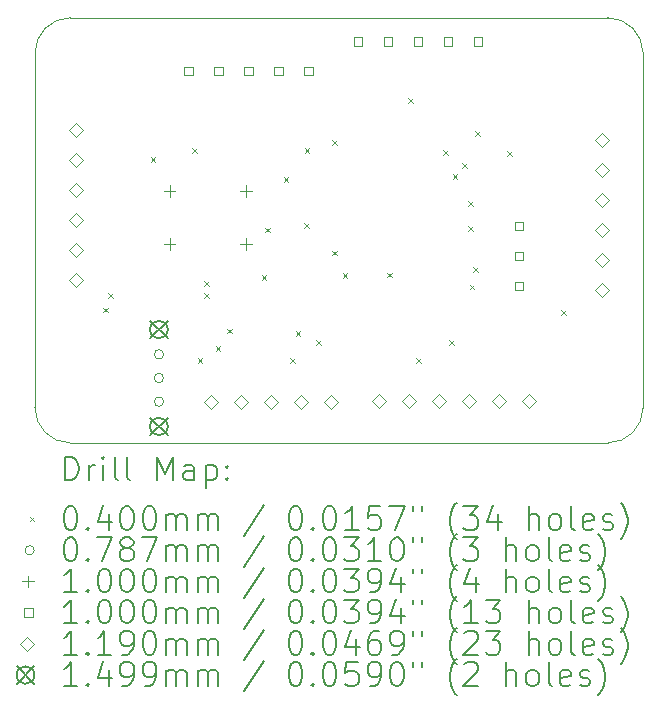
<source format=gbr>
%TF.GenerationSoftware,KiCad,Pcbnew,7.0.6*%
%TF.CreationDate,2024-09-27T11:16:26-07:00*%
%TF.ProjectId,MCU_DSP,4d43555f-4453-4502-9e6b-696361645f70,rev?*%
%TF.SameCoordinates,Original*%
%TF.FileFunction,Drillmap*%
%TF.FilePolarity,Positive*%
%FSLAX45Y45*%
G04 Gerber Fmt 4.5, Leading zero omitted, Abs format (unit mm)*
G04 Created by KiCad (PCBNEW 7.0.6) date 2024-09-27 11:16:26*
%MOMM*%
%LPD*%
G01*
G04 APERTURE LIST*
%ADD10C,0.100000*%
%ADD11C,0.200000*%
%ADD12C,0.040000*%
%ADD13C,0.078740*%
%ADD14C,0.099999*%
%ADD15C,0.119000*%
%ADD16C,0.149860*%
G04 APERTURE END LIST*
D10*
X18200000Y-16300000D02*
X18200000Y-13300000D01*
X23350000Y-13300000D02*
G75*
G03*
X23050000Y-13000000I-300000J0D01*
G01*
X18200000Y-16300000D02*
G75*
G03*
X18500000Y-16600000I300000J0D01*
G01*
X23050000Y-16600000D02*
G75*
G03*
X23350000Y-16300000I0J300000D01*
G01*
X18500000Y-13000000D02*
G75*
G03*
X18200000Y-13300000I0J-300000D01*
G01*
X18500000Y-13000000D02*
X23050000Y-13000000D01*
X23350000Y-13300000D02*
X23350000Y-16300000D01*
X23050000Y-16600000D02*
X18500000Y-16600000D01*
D11*
D12*
X18780000Y-15455190D02*
X18820000Y-15495190D01*
X18820000Y-15455190D02*
X18780000Y-15495190D01*
X18822000Y-15330000D02*
X18862000Y-15370000D01*
X18862000Y-15330000D02*
X18822000Y-15370000D01*
X19180000Y-14180000D02*
X19220000Y-14220000D01*
X19220000Y-14180000D02*
X19180000Y-14220000D01*
X19533000Y-14105450D02*
X19573000Y-14145450D01*
X19573000Y-14105450D02*
X19533000Y-14145450D01*
X19578770Y-15881230D02*
X19618770Y-15921230D01*
X19618770Y-15881230D02*
X19578770Y-15921230D01*
X19630000Y-15230000D02*
X19670000Y-15270000D01*
X19670000Y-15230000D02*
X19630000Y-15270000D01*
X19630000Y-15330000D02*
X19670000Y-15370000D01*
X19670000Y-15330000D02*
X19630000Y-15370000D01*
X19730000Y-15780000D02*
X19770000Y-15820000D01*
X19770000Y-15780000D02*
X19730000Y-15820000D01*
X19828770Y-15631230D02*
X19868770Y-15671230D01*
X19868770Y-15631230D02*
X19828770Y-15671230D01*
X20119730Y-15180000D02*
X20159730Y-15220000D01*
X20159730Y-15180000D02*
X20119730Y-15220000D01*
X20147000Y-14778000D02*
X20187000Y-14818000D01*
X20187000Y-14778000D02*
X20147000Y-14818000D01*
X20307000Y-14349000D02*
X20347000Y-14389000D01*
X20347000Y-14349000D02*
X20307000Y-14389000D01*
X20361550Y-15880000D02*
X20401550Y-15920000D01*
X20401550Y-15880000D02*
X20361550Y-15920000D01*
X20407550Y-15652450D02*
X20447550Y-15692450D01*
X20447550Y-15652450D02*
X20407550Y-15692450D01*
X20481000Y-14737000D02*
X20521000Y-14777000D01*
X20521000Y-14737000D02*
X20481000Y-14777000D01*
X20484000Y-14105450D02*
X20524000Y-14145450D01*
X20524000Y-14105450D02*
X20484000Y-14145450D01*
X20580000Y-15730000D02*
X20620000Y-15770000D01*
X20620000Y-15730000D02*
X20580000Y-15770000D01*
X20716000Y-14038000D02*
X20756000Y-14078000D01*
X20756000Y-14038000D02*
X20716000Y-14078000D01*
X20717950Y-14971000D02*
X20757950Y-15011000D01*
X20757950Y-14971000D02*
X20717950Y-15011000D01*
X20805000Y-15160000D02*
X20845000Y-15200000D01*
X20845000Y-15160000D02*
X20805000Y-15200000D01*
X21181000Y-15157000D02*
X21221000Y-15197000D01*
X21221000Y-15157000D02*
X21181000Y-15197000D01*
X21358000Y-13683000D02*
X21398000Y-13723000D01*
X21398000Y-13683000D02*
X21358000Y-13723000D01*
X21430000Y-15880000D02*
X21470000Y-15920000D01*
X21470000Y-15880000D02*
X21430000Y-15920000D01*
X21656000Y-14119000D02*
X21696000Y-14159000D01*
X21696000Y-14119000D02*
X21656000Y-14159000D01*
X21705000Y-15730000D02*
X21745000Y-15770000D01*
X21745000Y-15730000D02*
X21705000Y-15770000D01*
X21738000Y-14325000D02*
X21778000Y-14365000D01*
X21778000Y-14325000D02*
X21738000Y-14365000D01*
X21816000Y-14228000D02*
X21856000Y-14268000D01*
X21856000Y-14228000D02*
X21816000Y-14268000D01*
X21868000Y-14553150D02*
X21908000Y-14593150D01*
X21908000Y-14553150D02*
X21868000Y-14593150D01*
X21869151Y-14764849D02*
X21909151Y-14804849D01*
X21909151Y-14764849D02*
X21869151Y-14804849D01*
X21880000Y-15260000D02*
X21920000Y-15300000D01*
X21920000Y-15260000D02*
X21880000Y-15300000D01*
X21911230Y-15111230D02*
X21951230Y-15151230D01*
X21951230Y-15111230D02*
X21911230Y-15151230D01*
X21930000Y-13957550D02*
X21970000Y-13997550D01*
X21970000Y-13957550D02*
X21930000Y-13997550D01*
X22199615Y-14130000D02*
X22239615Y-14170000D01*
X22239615Y-14130000D02*
X22199615Y-14170000D01*
X22655000Y-15475950D02*
X22695000Y-15515950D01*
X22695000Y-15475950D02*
X22655000Y-15515950D01*
D13*
X19289370Y-15850000D02*
G75*
G03*
X19289370Y-15850000I-39370J0D01*
G01*
X19289370Y-16050000D02*
G75*
G03*
X19289370Y-16050000I-39370J0D01*
G01*
X19289370Y-16250000D02*
G75*
G03*
X19289370Y-16250000I-39370J0D01*
G01*
D14*
X19340000Y-14416000D02*
X19340000Y-14516000D01*
X19290000Y-14466000D02*
X19390000Y-14466000D01*
X19340000Y-14866000D02*
X19340000Y-14966000D01*
X19290000Y-14916000D02*
X19390000Y-14916000D01*
X19990000Y-14416000D02*
X19990000Y-14516000D01*
X19940000Y-14466000D02*
X20040000Y-14466000D01*
X19990000Y-14866000D02*
X19990000Y-14966000D01*
X19940000Y-14916000D02*
X20040000Y-14916000D01*
D10*
X19535356Y-13485356D02*
X19535356Y-13414644D01*
X19464644Y-13414644D01*
X19464644Y-13485356D01*
X19535356Y-13485356D01*
X19789356Y-13485356D02*
X19789356Y-13414644D01*
X19718644Y-13414644D01*
X19718644Y-13485356D01*
X19789356Y-13485356D01*
X20043356Y-13485356D02*
X20043356Y-13414644D01*
X19972644Y-13414644D01*
X19972644Y-13485356D01*
X20043356Y-13485356D01*
X20297356Y-13485356D02*
X20297356Y-13414644D01*
X20226644Y-13414644D01*
X20226644Y-13485356D01*
X20297356Y-13485356D01*
X20551356Y-13485356D02*
X20551356Y-13414644D01*
X20480644Y-13414644D01*
X20480644Y-13485356D01*
X20551356Y-13485356D01*
X20973356Y-13235356D02*
X20973356Y-13164644D01*
X20902644Y-13164644D01*
X20902644Y-13235356D01*
X20973356Y-13235356D01*
X21227356Y-13235356D02*
X21227356Y-13164644D01*
X21156644Y-13164644D01*
X21156644Y-13235356D01*
X21227356Y-13235356D01*
X21481356Y-13235356D02*
X21481356Y-13164644D01*
X21410644Y-13164644D01*
X21410644Y-13235356D01*
X21481356Y-13235356D01*
X21735356Y-13235356D02*
X21735356Y-13164644D01*
X21664644Y-13164644D01*
X21664644Y-13235356D01*
X21735356Y-13235356D01*
X21989356Y-13235356D02*
X21989356Y-13164644D01*
X21918644Y-13164644D01*
X21918644Y-13235356D01*
X21989356Y-13235356D01*
X22335356Y-14797356D02*
X22335356Y-14726644D01*
X22264644Y-14726644D01*
X22264644Y-14797356D01*
X22335356Y-14797356D01*
X22335356Y-15051356D02*
X22335356Y-14980644D01*
X22264644Y-14980644D01*
X22264644Y-15051356D01*
X22335356Y-15051356D01*
X22335356Y-15305356D02*
X22335356Y-15234644D01*
X22264644Y-15234644D01*
X22264644Y-15305356D01*
X22335356Y-15305356D01*
D15*
X18550000Y-14011500D02*
X18609500Y-13952000D01*
X18550000Y-13892500D01*
X18490500Y-13952000D01*
X18550000Y-14011500D01*
X18550000Y-14265500D02*
X18609500Y-14206000D01*
X18550000Y-14146500D01*
X18490500Y-14206000D01*
X18550000Y-14265500D01*
X18550000Y-14519500D02*
X18609500Y-14460000D01*
X18550000Y-14400500D01*
X18490500Y-14460000D01*
X18550000Y-14519500D01*
X18550000Y-14773500D02*
X18609500Y-14714000D01*
X18550000Y-14654500D01*
X18490500Y-14714000D01*
X18550000Y-14773500D01*
X18550000Y-15027500D02*
X18609500Y-14968000D01*
X18550000Y-14908500D01*
X18490500Y-14968000D01*
X18550000Y-15027500D01*
X18550000Y-15281500D02*
X18609500Y-15222000D01*
X18550000Y-15162500D01*
X18490500Y-15222000D01*
X18550000Y-15281500D01*
X19692000Y-16309500D02*
X19751500Y-16250000D01*
X19692000Y-16190500D01*
X19632500Y-16250000D01*
X19692000Y-16309500D01*
X19946000Y-16309500D02*
X20005500Y-16250000D01*
X19946000Y-16190500D01*
X19886500Y-16250000D01*
X19946000Y-16309500D01*
X20200000Y-16309500D02*
X20259500Y-16250000D01*
X20200000Y-16190500D01*
X20140500Y-16250000D01*
X20200000Y-16309500D01*
X20454000Y-16309500D02*
X20513500Y-16250000D01*
X20454000Y-16190500D01*
X20394500Y-16250000D01*
X20454000Y-16309500D01*
X20708000Y-16309500D02*
X20767500Y-16250000D01*
X20708000Y-16190500D01*
X20648500Y-16250000D01*
X20708000Y-16309500D01*
X21115000Y-16307500D02*
X21174500Y-16248000D01*
X21115000Y-16188500D01*
X21055500Y-16248000D01*
X21115000Y-16307500D01*
X21369000Y-16307500D02*
X21428500Y-16248000D01*
X21369000Y-16188500D01*
X21309500Y-16248000D01*
X21369000Y-16307500D01*
X21623000Y-16307500D02*
X21682500Y-16248000D01*
X21623000Y-16188500D01*
X21563500Y-16248000D01*
X21623000Y-16307500D01*
X21877000Y-16307500D02*
X21936500Y-16248000D01*
X21877000Y-16188500D01*
X21817500Y-16248000D01*
X21877000Y-16307500D01*
X22131000Y-16307500D02*
X22190500Y-16248000D01*
X22131000Y-16188500D01*
X22071500Y-16248000D01*
X22131000Y-16307500D01*
X22385000Y-16307500D02*
X22444500Y-16248000D01*
X22385000Y-16188500D01*
X22325500Y-16248000D01*
X22385000Y-16307500D01*
X23000000Y-14093500D02*
X23059500Y-14034000D01*
X23000000Y-13974500D01*
X22940500Y-14034000D01*
X23000000Y-14093500D01*
X23000000Y-14347500D02*
X23059500Y-14288000D01*
X23000000Y-14228500D01*
X22940500Y-14288000D01*
X23000000Y-14347500D01*
X23000000Y-14601500D02*
X23059500Y-14542000D01*
X23000000Y-14482500D01*
X22940500Y-14542000D01*
X23000000Y-14601500D01*
X23000000Y-14855500D02*
X23059500Y-14796000D01*
X23000000Y-14736500D01*
X22940500Y-14796000D01*
X23000000Y-14855500D01*
X23000000Y-15109500D02*
X23059500Y-15050000D01*
X23000000Y-14990500D01*
X22940500Y-15050000D01*
X23000000Y-15109500D01*
X23000000Y-15363500D02*
X23059500Y-15304000D01*
X23000000Y-15244500D01*
X22940500Y-15304000D01*
X23000000Y-15363500D01*
D16*
X19175070Y-15565070D02*
X19324930Y-15714930D01*
X19324930Y-15565070D02*
X19175070Y-15714930D01*
X19324930Y-15640000D02*
G75*
G03*
X19324930Y-15640000I-74930J0D01*
G01*
X19175070Y-16385070D02*
X19324930Y-16534930D01*
X19324930Y-16385070D02*
X19175070Y-16534930D01*
X19324930Y-16460000D02*
G75*
G03*
X19324930Y-16460000I-74930J0D01*
G01*
D11*
X18455777Y-16916484D02*
X18455777Y-16716484D01*
X18455777Y-16716484D02*
X18503396Y-16716484D01*
X18503396Y-16716484D02*
X18531967Y-16726008D01*
X18531967Y-16726008D02*
X18551015Y-16745055D01*
X18551015Y-16745055D02*
X18560539Y-16764103D01*
X18560539Y-16764103D02*
X18570063Y-16802198D01*
X18570063Y-16802198D02*
X18570063Y-16830770D01*
X18570063Y-16830770D02*
X18560539Y-16868865D01*
X18560539Y-16868865D02*
X18551015Y-16887912D01*
X18551015Y-16887912D02*
X18531967Y-16906960D01*
X18531967Y-16906960D02*
X18503396Y-16916484D01*
X18503396Y-16916484D02*
X18455777Y-16916484D01*
X18655777Y-16916484D02*
X18655777Y-16783150D01*
X18655777Y-16821246D02*
X18665301Y-16802198D01*
X18665301Y-16802198D02*
X18674824Y-16792674D01*
X18674824Y-16792674D02*
X18693872Y-16783150D01*
X18693872Y-16783150D02*
X18712920Y-16783150D01*
X18779586Y-16916484D02*
X18779586Y-16783150D01*
X18779586Y-16716484D02*
X18770063Y-16726008D01*
X18770063Y-16726008D02*
X18779586Y-16735531D01*
X18779586Y-16735531D02*
X18789110Y-16726008D01*
X18789110Y-16726008D02*
X18779586Y-16716484D01*
X18779586Y-16716484D02*
X18779586Y-16735531D01*
X18903396Y-16916484D02*
X18884348Y-16906960D01*
X18884348Y-16906960D02*
X18874824Y-16887912D01*
X18874824Y-16887912D02*
X18874824Y-16716484D01*
X19008158Y-16916484D02*
X18989110Y-16906960D01*
X18989110Y-16906960D02*
X18979586Y-16887912D01*
X18979586Y-16887912D02*
X18979586Y-16716484D01*
X19236729Y-16916484D02*
X19236729Y-16716484D01*
X19236729Y-16716484D02*
X19303396Y-16859341D01*
X19303396Y-16859341D02*
X19370063Y-16716484D01*
X19370063Y-16716484D02*
X19370063Y-16916484D01*
X19551015Y-16916484D02*
X19551015Y-16811722D01*
X19551015Y-16811722D02*
X19541491Y-16792674D01*
X19541491Y-16792674D02*
X19522444Y-16783150D01*
X19522444Y-16783150D02*
X19484348Y-16783150D01*
X19484348Y-16783150D02*
X19465301Y-16792674D01*
X19551015Y-16906960D02*
X19531967Y-16916484D01*
X19531967Y-16916484D02*
X19484348Y-16916484D01*
X19484348Y-16916484D02*
X19465301Y-16906960D01*
X19465301Y-16906960D02*
X19455777Y-16887912D01*
X19455777Y-16887912D02*
X19455777Y-16868865D01*
X19455777Y-16868865D02*
X19465301Y-16849817D01*
X19465301Y-16849817D02*
X19484348Y-16840293D01*
X19484348Y-16840293D02*
X19531967Y-16840293D01*
X19531967Y-16840293D02*
X19551015Y-16830770D01*
X19646253Y-16783150D02*
X19646253Y-16983150D01*
X19646253Y-16792674D02*
X19665301Y-16783150D01*
X19665301Y-16783150D02*
X19703396Y-16783150D01*
X19703396Y-16783150D02*
X19722444Y-16792674D01*
X19722444Y-16792674D02*
X19731967Y-16802198D01*
X19731967Y-16802198D02*
X19741491Y-16821246D01*
X19741491Y-16821246D02*
X19741491Y-16878389D01*
X19741491Y-16878389D02*
X19731967Y-16897436D01*
X19731967Y-16897436D02*
X19722444Y-16906960D01*
X19722444Y-16906960D02*
X19703396Y-16916484D01*
X19703396Y-16916484D02*
X19665301Y-16916484D01*
X19665301Y-16916484D02*
X19646253Y-16906960D01*
X19827205Y-16897436D02*
X19836729Y-16906960D01*
X19836729Y-16906960D02*
X19827205Y-16916484D01*
X19827205Y-16916484D02*
X19817682Y-16906960D01*
X19817682Y-16906960D02*
X19827205Y-16897436D01*
X19827205Y-16897436D02*
X19827205Y-16916484D01*
X19827205Y-16792674D02*
X19836729Y-16802198D01*
X19836729Y-16802198D02*
X19827205Y-16811722D01*
X19827205Y-16811722D02*
X19817682Y-16802198D01*
X19817682Y-16802198D02*
X19827205Y-16792674D01*
X19827205Y-16792674D02*
X19827205Y-16811722D01*
D12*
X18155000Y-17225000D02*
X18195000Y-17265000D01*
X18195000Y-17225000D02*
X18155000Y-17265000D01*
D11*
X18493872Y-17136484D02*
X18512920Y-17136484D01*
X18512920Y-17136484D02*
X18531967Y-17146008D01*
X18531967Y-17146008D02*
X18541491Y-17155531D01*
X18541491Y-17155531D02*
X18551015Y-17174579D01*
X18551015Y-17174579D02*
X18560539Y-17212674D01*
X18560539Y-17212674D02*
X18560539Y-17260293D01*
X18560539Y-17260293D02*
X18551015Y-17298389D01*
X18551015Y-17298389D02*
X18541491Y-17317436D01*
X18541491Y-17317436D02*
X18531967Y-17326960D01*
X18531967Y-17326960D02*
X18512920Y-17336484D01*
X18512920Y-17336484D02*
X18493872Y-17336484D01*
X18493872Y-17336484D02*
X18474824Y-17326960D01*
X18474824Y-17326960D02*
X18465301Y-17317436D01*
X18465301Y-17317436D02*
X18455777Y-17298389D01*
X18455777Y-17298389D02*
X18446253Y-17260293D01*
X18446253Y-17260293D02*
X18446253Y-17212674D01*
X18446253Y-17212674D02*
X18455777Y-17174579D01*
X18455777Y-17174579D02*
X18465301Y-17155531D01*
X18465301Y-17155531D02*
X18474824Y-17146008D01*
X18474824Y-17146008D02*
X18493872Y-17136484D01*
X18646253Y-17317436D02*
X18655777Y-17326960D01*
X18655777Y-17326960D02*
X18646253Y-17336484D01*
X18646253Y-17336484D02*
X18636729Y-17326960D01*
X18636729Y-17326960D02*
X18646253Y-17317436D01*
X18646253Y-17317436D02*
X18646253Y-17336484D01*
X18827205Y-17203150D02*
X18827205Y-17336484D01*
X18779586Y-17126960D02*
X18731967Y-17269817D01*
X18731967Y-17269817D02*
X18855777Y-17269817D01*
X18970063Y-17136484D02*
X18989110Y-17136484D01*
X18989110Y-17136484D02*
X19008158Y-17146008D01*
X19008158Y-17146008D02*
X19017682Y-17155531D01*
X19017682Y-17155531D02*
X19027205Y-17174579D01*
X19027205Y-17174579D02*
X19036729Y-17212674D01*
X19036729Y-17212674D02*
X19036729Y-17260293D01*
X19036729Y-17260293D02*
X19027205Y-17298389D01*
X19027205Y-17298389D02*
X19017682Y-17317436D01*
X19017682Y-17317436D02*
X19008158Y-17326960D01*
X19008158Y-17326960D02*
X18989110Y-17336484D01*
X18989110Y-17336484D02*
X18970063Y-17336484D01*
X18970063Y-17336484D02*
X18951015Y-17326960D01*
X18951015Y-17326960D02*
X18941491Y-17317436D01*
X18941491Y-17317436D02*
X18931967Y-17298389D01*
X18931967Y-17298389D02*
X18922444Y-17260293D01*
X18922444Y-17260293D02*
X18922444Y-17212674D01*
X18922444Y-17212674D02*
X18931967Y-17174579D01*
X18931967Y-17174579D02*
X18941491Y-17155531D01*
X18941491Y-17155531D02*
X18951015Y-17146008D01*
X18951015Y-17146008D02*
X18970063Y-17136484D01*
X19160539Y-17136484D02*
X19179586Y-17136484D01*
X19179586Y-17136484D02*
X19198634Y-17146008D01*
X19198634Y-17146008D02*
X19208158Y-17155531D01*
X19208158Y-17155531D02*
X19217682Y-17174579D01*
X19217682Y-17174579D02*
X19227205Y-17212674D01*
X19227205Y-17212674D02*
X19227205Y-17260293D01*
X19227205Y-17260293D02*
X19217682Y-17298389D01*
X19217682Y-17298389D02*
X19208158Y-17317436D01*
X19208158Y-17317436D02*
X19198634Y-17326960D01*
X19198634Y-17326960D02*
X19179586Y-17336484D01*
X19179586Y-17336484D02*
X19160539Y-17336484D01*
X19160539Y-17336484D02*
X19141491Y-17326960D01*
X19141491Y-17326960D02*
X19131967Y-17317436D01*
X19131967Y-17317436D02*
X19122444Y-17298389D01*
X19122444Y-17298389D02*
X19112920Y-17260293D01*
X19112920Y-17260293D02*
X19112920Y-17212674D01*
X19112920Y-17212674D02*
X19122444Y-17174579D01*
X19122444Y-17174579D02*
X19131967Y-17155531D01*
X19131967Y-17155531D02*
X19141491Y-17146008D01*
X19141491Y-17146008D02*
X19160539Y-17136484D01*
X19312920Y-17336484D02*
X19312920Y-17203150D01*
X19312920Y-17222198D02*
X19322444Y-17212674D01*
X19322444Y-17212674D02*
X19341491Y-17203150D01*
X19341491Y-17203150D02*
X19370063Y-17203150D01*
X19370063Y-17203150D02*
X19389110Y-17212674D01*
X19389110Y-17212674D02*
X19398634Y-17231722D01*
X19398634Y-17231722D02*
X19398634Y-17336484D01*
X19398634Y-17231722D02*
X19408158Y-17212674D01*
X19408158Y-17212674D02*
X19427205Y-17203150D01*
X19427205Y-17203150D02*
X19455777Y-17203150D01*
X19455777Y-17203150D02*
X19474825Y-17212674D01*
X19474825Y-17212674D02*
X19484348Y-17231722D01*
X19484348Y-17231722D02*
X19484348Y-17336484D01*
X19579586Y-17336484D02*
X19579586Y-17203150D01*
X19579586Y-17222198D02*
X19589110Y-17212674D01*
X19589110Y-17212674D02*
X19608158Y-17203150D01*
X19608158Y-17203150D02*
X19636729Y-17203150D01*
X19636729Y-17203150D02*
X19655777Y-17212674D01*
X19655777Y-17212674D02*
X19665301Y-17231722D01*
X19665301Y-17231722D02*
X19665301Y-17336484D01*
X19665301Y-17231722D02*
X19674825Y-17212674D01*
X19674825Y-17212674D02*
X19693872Y-17203150D01*
X19693872Y-17203150D02*
X19722444Y-17203150D01*
X19722444Y-17203150D02*
X19741491Y-17212674D01*
X19741491Y-17212674D02*
X19751015Y-17231722D01*
X19751015Y-17231722D02*
X19751015Y-17336484D01*
X20141491Y-17126960D02*
X19970063Y-17384103D01*
X20398634Y-17136484D02*
X20417682Y-17136484D01*
X20417682Y-17136484D02*
X20436729Y-17146008D01*
X20436729Y-17146008D02*
X20446253Y-17155531D01*
X20446253Y-17155531D02*
X20455777Y-17174579D01*
X20455777Y-17174579D02*
X20465301Y-17212674D01*
X20465301Y-17212674D02*
X20465301Y-17260293D01*
X20465301Y-17260293D02*
X20455777Y-17298389D01*
X20455777Y-17298389D02*
X20446253Y-17317436D01*
X20446253Y-17317436D02*
X20436729Y-17326960D01*
X20436729Y-17326960D02*
X20417682Y-17336484D01*
X20417682Y-17336484D02*
X20398634Y-17336484D01*
X20398634Y-17336484D02*
X20379587Y-17326960D01*
X20379587Y-17326960D02*
X20370063Y-17317436D01*
X20370063Y-17317436D02*
X20360539Y-17298389D01*
X20360539Y-17298389D02*
X20351015Y-17260293D01*
X20351015Y-17260293D02*
X20351015Y-17212674D01*
X20351015Y-17212674D02*
X20360539Y-17174579D01*
X20360539Y-17174579D02*
X20370063Y-17155531D01*
X20370063Y-17155531D02*
X20379587Y-17146008D01*
X20379587Y-17146008D02*
X20398634Y-17136484D01*
X20551015Y-17317436D02*
X20560539Y-17326960D01*
X20560539Y-17326960D02*
X20551015Y-17336484D01*
X20551015Y-17336484D02*
X20541491Y-17326960D01*
X20541491Y-17326960D02*
X20551015Y-17317436D01*
X20551015Y-17317436D02*
X20551015Y-17336484D01*
X20684348Y-17136484D02*
X20703396Y-17136484D01*
X20703396Y-17136484D02*
X20722444Y-17146008D01*
X20722444Y-17146008D02*
X20731968Y-17155531D01*
X20731968Y-17155531D02*
X20741491Y-17174579D01*
X20741491Y-17174579D02*
X20751015Y-17212674D01*
X20751015Y-17212674D02*
X20751015Y-17260293D01*
X20751015Y-17260293D02*
X20741491Y-17298389D01*
X20741491Y-17298389D02*
X20731968Y-17317436D01*
X20731968Y-17317436D02*
X20722444Y-17326960D01*
X20722444Y-17326960D02*
X20703396Y-17336484D01*
X20703396Y-17336484D02*
X20684348Y-17336484D01*
X20684348Y-17336484D02*
X20665301Y-17326960D01*
X20665301Y-17326960D02*
X20655777Y-17317436D01*
X20655777Y-17317436D02*
X20646253Y-17298389D01*
X20646253Y-17298389D02*
X20636729Y-17260293D01*
X20636729Y-17260293D02*
X20636729Y-17212674D01*
X20636729Y-17212674D02*
X20646253Y-17174579D01*
X20646253Y-17174579D02*
X20655777Y-17155531D01*
X20655777Y-17155531D02*
X20665301Y-17146008D01*
X20665301Y-17146008D02*
X20684348Y-17136484D01*
X20941491Y-17336484D02*
X20827206Y-17336484D01*
X20884348Y-17336484D02*
X20884348Y-17136484D01*
X20884348Y-17136484D02*
X20865301Y-17165055D01*
X20865301Y-17165055D02*
X20846253Y-17184103D01*
X20846253Y-17184103D02*
X20827206Y-17193627D01*
X21122444Y-17136484D02*
X21027206Y-17136484D01*
X21027206Y-17136484D02*
X21017682Y-17231722D01*
X21017682Y-17231722D02*
X21027206Y-17222198D01*
X21027206Y-17222198D02*
X21046253Y-17212674D01*
X21046253Y-17212674D02*
X21093872Y-17212674D01*
X21093872Y-17212674D02*
X21112920Y-17222198D01*
X21112920Y-17222198D02*
X21122444Y-17231722D01*
X21122444Y-17231722D02*
X21131968Y-17250770D01*
X21131968Y-17250770D02*
X21131968Y-17298389D01*
X21131968Y-17298389D02*
X21122444Y-17317436D01*
X21122444Y-17317436D02*
X21112920Y-17326960D01*
X21112920Y-17326960D02*
X21093872Y-17336484D01*
X21093872Y-17336484D02*
X21046253Y-17336484D01*
X21046253Y-17336484D02*
X21027206Y-17326960D01*
X21027206Y-17326960D02*
X21017682Y-17317436D01*
X21198634Y-17136484D02*
X21331968Y-17136484D01*
X21331968Y-17136484D02*
X21246253Y-17336484D01*
X21398634Y-17136484D02*
X21398634Y-17174579D01*
X21474825Y-17136484D02*
X21474825Y-17174579D01*
X21770063Y-17412674D02*
X21760539Y-17403150D01*
X21760539Y-17403150D02*
X21741491Y-17374579D01*
X21741491Y-17374579D02*
X21731968Y-17355531D01*
X21731968Y-17355531D02*
X21722444Y-17326960D01*
X21722444Y-17326960D02*
X21712920Y-17279341D01*
X21712920Y-17279341D02*
X21712920Y-17241246D01*
X21712920Y-17241246D02*
X21722444Y-17193627D01*
X21722444Y-17193627D02*
X21731968Y-17165055D01*
X21731968Y-17165055D02*
X21741491Y-17146008D01*
X21741491Y-17146008D02*
X21760539Y-17117436D01*
X21760539Y-17117436D02*
X21770063Y-17107912D01*
X21827206Y-17136484D02*
X21951015Y-17136484D01*
X21951015Y-17136484D02*
X21884349Y-17212674D01*
X21884349Y-17212674D02*
X21912920Y-17212674D01*
X21912920Y-17212674D02*
X21931968Y-17222198D01*
X21931968Y-17222198D02*
X21941491Y-17231722D01*
X21941491Y-17231722D02*
X21951015Y-17250770D01*
X21951015Y-17250770D02*
X21951015Y-17298389D01*
X21951015Y-17298389D02*
X21941491Y-17317436D01*
X21941491Y-17317436D02*
X21931968Y-17326960D01*
X21931968Y-17326960D02*
X21912920Y-17336484D01*
X21912920Y-17336484D02*
X21855777Y-17336484D01*
X21855777Y-17336484D02*
X21836730Y-17326960D01*
X21836730Y-17326960D02*
X21827206Y-17317436D01*
X22122444Y-17203150D02*
X22122444Y-17336484D01*
X22074825Y-17126960D02*
X22027206Y-17269817D01*
X22027206Y-17269817D02*
X22151015Y-17269817D01*
X22379587Y-17336484D02*
X22379587Y-17136484D01*
X22465301Y-17336484D02*
X22465301Y-17231722D01*
X22465301Y-17231722D02*
X22455777Y-17212674D01*
X22455777Y-17212674D02*
X22436730Y-17203150D01*
X22436730Y-17203150D02*
X22408158Y-17203150D01*
X22408158Y-17203150D02*
X22389110Y-17212674D01*
X22389110Y-17212674D02*
X22379587Y-17222198D01*
X22589110Y-17336484D02*
X22570063Y-17326960D01*
X22570063Y-17326960D02*
X22560539Y-17317436D01*
X22560539Y-17317436D02*
X22551015Y-17298389D01*
X22551015Y-17298389D02*
X22551015Y-17241246D01*
X22551015Y-17241246D02*
X22560539Y-17222198D01*
X22560539Y-17222198D02*
X22570063Y-17212674D01*
X22570063Y-17212674D02*
X22589110Y-17203150D01*
X22589110Y-17203150D02*
X22617682Y-17203150D01*
X22617682Y-17203150D02*
X22636730Y-17212674D01*
X22636730Y-17212674D02*
X22646253Y-17222198D01*
X22646253Y-17222198D02*
X22655777Y-17241246D01*
X22655777Y-17241246D02*
X22655777Y-17298389D01*
X22655777Y-17298389D02*
X22646253Y-17317436D01*
X22646253Y-17317436D02*
X22636730Y-17326960D01*
X22636730Y-17326960D02*
X22617682Y-17336484D01*
X22617682Y-17336484D02*
X22589110Y-17336484D01*
X22770063Y-17336484D02*
X22751015Y-17326960D01*
X22751015Y-17326960D02*
X22741491Y-17307912D01*
X22741491Y-17307912D02*
X22741491Y-17136484D01*
X22922444Y-17326960D02*
X22903396Y-17336484D01*
X22903396Y-17336484D02*
X22865301Y-17336484D01*
X22865301Y-17336484D02*
X22846253Y-17326960D01*
X22846253Y-17326960D02*
X22836730Y-17307912D01*
X22836730Y-17307912D02*
X22836730Y-17231722D01*
X22836730Y-17231722D02*
X22846253Y-17212674D01*
X22846253Y-17212674D02*
X22865301Y-17203150D01*
X22865301Y-17203150D02*
X22903396Y-17203150D01*
X22903396Y-17203150D02*
X22922444Y-17212674D01*
X22922444Y-17212674D02*
X22931968Y-17231722D01*
X22931968Y-17231722D02*
X22931968Y-17250770D01*
X22931968Y-17250770D02*
X22836730Y-17269817D01*
X23008158Y-17326960D02*
X23027206Y-17336484D01*
X23027206Y-17336484D02*
X23065301Y-17336484D01*
X23065301Y-17336484D02*
X23084349Y-17326960D01*
X23084349Y-17326960D02*
X23093872Y-17307912D01*
X23093872Y-17307912D02*
X23093872Y-17298389D01*
X23093872Y-17298389D02*
X23084349Y-17279341D01*
X23084349Y-17279341D02*
X23065301Y-17269817D01*
X23065301Y-17269817D02*
X23036730Y-17269817D01*
X23036730Y-17269817D02*
X23017682Y-17260293D01*
X23017682Y-17260293D02*
X23008158Y-17241246D01*
X23008158Y-17241246D02*
X23008158Y-17231722D01*
X23008158Y-17231722D02*
X23017682Y-17212674D01*
X23017682Y-17212674D02*
X23036730Y-17203150D01*
X23036730Y-17203150D02*
X23065301Y-17203150D01*
X23065301Y-17203150D02*
X23084349Y-17212674D01*
X23160539Y-17412674D02*
X23170063Y-17403150D01*
X23170063Y-17403150D02*
X23189111Y-17374579D01*
X23189111Y-17374579D02*
X23198634Y-17355531D01*
X23198634Y-17355531D02*
X23208158Y-17326960D01*
X23208158Y-17326960D02*
X23217682Y-17279341D01*
X23217682Y-17279341D02*
X23217682Y-17241246D01*
X23217682Y-17241246D02*
X23208158Y-17193627D01*
X23208158Y-17193627D02*
X23198634Y-17165055D01*
X23198634Y-17165055D02*
X23189111Y-17146008D01*
X23189111Y-17146008D02*
X23170063Y-17117436D01*
X23170063Y-17117436D02*
X23160539Y-17107912D01*
D13*
X18195000Y-17509000D02*
G75*
G03*
X18195000Y-17509000I-39370J0D01*
G01*
D11*
X18493872Y-17400484D02*
X18512920Y-17400484D01*
X18512920Y-17400484D02*
X18531967Y-17410008D01*
X18531967Y-17410008D02*
X18541491Y-17419531D01*
X18541491Y-17419531D02*
X18551015Y-17438579D01*
X18551015Y-17438579D02*
X18560539Y-17476674D01*
X18560539Y-17476674D02*
X18560539Y-17524293D01*
X18560539Y-17524293D02*
X18551015Y-17562389D01*
X18551015Y-17562389D02*
X18541491Y-17581436D01*
X18541491Y-17581436D02*
X18531967Y-17590960D01*
X18531967Y-17590960D02*
X18512920Y-17600484D01*
X18512920Y-17600484D02*
X18493872Y-17600484D01*
X18493872Y-17600484D02*
X18474824Y-17590960D01*
X18474824Y-17590960D02*
X18465301Y-17581436D01*
X18465301Y-17581436D02*
X18455777Y-17562389D01*
X18455777Y-17562389D02*
X18446253Y-17524293D01*
X18446253Y-17524293D02*
X18446253Y-17476674D01*
X18446253Y-17476674D02*
X18455777Y-17438579D01*
X18455777Y-17438579D02*
X18465301Y-17419531D01*
X18465301Y-17419531D02*
X18474824Y-17410008D01*
X18474824Y-17410008D02*
X18493872Y-17400484D01*
X18646253Y-17581436D02*
X18655777Y-17590960D01*
X18655777Y-17590960D02*
X18646253Y-17600484D01*
X18646253Y-17600484D02*
X18636729Y-17590960D01*
X18636729Y-17590960D02*
X18646253Y-17581436D01*
X18646253Y-17581436D02*
X18646253Y-17600484D01*
X18722444Y-17400484D02*
X18855777Y-17400484D01*
X18855777Y-17400484D02*
X18770063Y-17600484D01*
X18960539Y-17486198D02*
X18941491Y-17476674D01*
X18941491Y-17476674D02*
X18931967Y-17467150D01*
X18931967Y-17467150D02*
X18922444Y-17448103D01*
X18922444Y-17448103D02*
X18922444Y-17438579D01*
X18922444Y-17438579D02*
X18931967Y-17419531D01*
X18931967Y-17419531D02*
X18941491Y-17410008D01*
X18941491Y-17410008D02*
X18960539Y-17400484D01*
X18960539Y-17400484D02*
X18998634Y-17400484D01*
X18998634Y-17400484D02*
X19017682Y-17410008D01*
X19017682Y-17410008D02*
X19027205Y-17419531D01*
X19027205Y-17419531D02*
X19036729Y-17438579D01*
X19036729Y-17438579D02*
X19036729Y-17448103D01*
X19036729Y-17448103D02*
X19027205Y-17467150D01*
X19027205Y-17467150D02*
X19017682Y-17476674D01*
X19017682Y-17476674D02*
X18998634Y-17486198D01*
X18998634Y-17486198D02*
X18960539Y-17486198D01*
X18960539Y-17486198D02*
X18941491Y-17495722D01*
X18941491Y-17495722D02*
X18931967Y-17505246D01*
X18931967Y-17505246D02*
X18922444Y-17524293D01*
X18922444Y-17524293D02*
X18922444Y-17562389D01*
X18922444Y-17562389D02*
X18931967Y-17581436D01*
X18931967Y-17581436D02*
X18941491Y-17590960D01*
X18941491Y-17590960D02*
X18960539Y-17600484D01*
X18960539Y-17600484D02*
X18998634Y-17600484D01*
X18998634Y-17600484D02*
X19017682Y-17590960D01*
X19017682Y-17590960D02*
X19027205Y-17581436D01*
X19027205Y-17581436D02*
X19036729Y-17562389D01*
X19036729Y-17562389D02*
X19036729Y-17524293D01*
X19036729Y-17524293D02*
X19027205Y-17505246D01*
X19027205Y-17505246D02*
X19017682Y-17495722D01*
X19017682Y-17495722D02*
X18998634Y-17486198D01*
X19103396Y-17400484D02*
X19236729Y-17400484D01*
X19236729Y-17400484D02*
X19151015Y-17600484D01*
X19312920Y-17600484D02*
X19312920Y-17467150D01*
X19312920Y-17486198D02*
X19322444Y-17476674D01*
X19322444Y-17476674D02*
X19341491Y-17467150D01*
X19341491Y-17467150D02*
X19370063Y-17467150D01*
X19370063Y-17467150D02*
X19389110Y-17476674D01*
X19389110Y-17476674D02*
X19398634Y-17495722D01*
X19398634Y-17495722D02*
X19398634Y-17600484D01*
X19398634Y-17495722D02*
X19408158Y-17476674D01*
X19408158Y-17476674D02*
X19427205Y-17467150D01*
X19427205Y-17467150D02*
X19455777Y-17467150D01*
X19455777Y-17467150D02*
X19474825Y-17476674D01*
X19474825Y-17476674D02*
X19484348Y-17495722D01*
X19484348Y-17495722D02*
X19484348Y-17600484D01*
X19579586Y-17600484D02*
X19579586Y-17467150D01*
X19579586Y-17486198D02*
X19589110Y-17476674D01*
X19589110Y-17476674D02*
X19608158Y-17467150D01*
X19608158Y-17467150D02*
X19636729Y-17467150D01*
X19636729Y-17467150D02*
X19655777Y-17476674D01*
X19655777Y-17476674D02*
X19665301Y-17495722D01*
X19665301Y-17495722D02*
X19665301Y-17600484D01*
X19665301Y-17495722D02*
X19674825Y-17476674D01*
X19674825Y-17476674D02*
X19693872Y-17467150D01*
X19693872Y-17467150D02*
X19722444Y-17467150D01*
X19722444Y-17467150D02*
X19741491Y-17476674D01*
X19741491Y-17476674D02*
X19751015Y-17495722D01*
X19751015Y-17495722D02*
X19751015Y-17600484D01*
X20141491Y-17390960D02*
X19970063Y-17648103D01*
X20398634Y-17400484D02*
X20417682Y-17400484D01*
X20417682Y-17400484D02*
X20436729Y-17410008D01*
X20436729Y-17410008D02*
X20446253Y-17419531D01*
X20446253Y-17419531D02*
X20455777Y-17438579D01*
X20455777Y-17438579D02*
X20465301Y-17476674D01*
X20465301Y-17476674D02*
X20465301Y-17524293D01*
X20465301Y-17524293D02*
X20455777Y-17562389D01*
X20455777Y-17562389D02*
X20446253Y-17581436D01*
X20446253Y-17581436D02*
X20436729Y-17590960D01*
X20436729Y-17590960D02*
X20417682Y-17600484D01*
X20417682Y-17600484D02*
X20398634Y-17600484D01*
X20398634Y-17600484D02*
X20379587Y-17590960D01*
X20379587Y-17590960D02*
X20370063Y-17581436D01*
X20370063Y-17581436D02*
X20360539Y-17562389D01*
X20360539Y-17562389D02*
X20351015Y-17524293D01*
X20351015Y-17524293D02*
X20351015Y-17476674D01*
X20351015Y-17476674D02*
X20360539Y-17438579D01*
X20360539Y-17438579D02*
X20370063Y-17419531D01*
X20370063Y-17419531D02*
X20379587Y-17410008D01*
X20379587Y-17410008D02*
X20398634Y-17400484D01*
X20551015Y-17581436D02*
X20560539Y-17590960D01*
X20560539Y-17590960D02*
X20551015Y-17600484D01*
X20551015Y-17600484D02*
X20541491Y-17590960D01*
X20541491Y-17590960D02*
X20551015Y-17581436D01*
X20551015Y-17581436D02*
X20551015Y-17600484D01*
X20684348Y-17400484D02*
X20703396Y-17400484D01*
X20703396Y-17400484D02*
X20722444Y-17410008D01*
X20722444Y-17410008D02*
X20731968Y-17419531D01*
X20731968Y-17419531D02*
X20741491Y-17438579D01*
X20741491Y-17438579D02*
X20751015Y-17476674D01*
X20751015Y-17476674D02*
X20751015Y-17524293D01*
X20751015Y-17524293D02*
X20741491Y-17562389D01*
X20741491Y-17562389D02*
X20731968Y-17581436D01*
X20731968Y-17581436D02*
X20722444Y-17590960D01*
X20722444Y-17590960D02*
X20703396Y-17600484D01*
X20703396Y-17600484D02*
X20684348Y-17600484D01*
X20684348Y-17600484D02*
X20665301Y-17590960D01*
X20665301Y-17590960D02*
X20655777Y-17581436D01*
X20655777Y-17581436D02*
X20646253Y-17562389D01*
X20646253Y-17562389D02*
X20636729Y-17524293D01*
X20636729Y-17524293D02*
X20636729Y-17476674D01*
X20636729Y-17476674D02*
X20646253Y-17438579D01*
X20646253Y-17438579D02*
X20655777Y-17419531D01*
X20655777Y-17419531D02*
X20665301Y-17410008D01*
X20665301Y-17410008D02*
X20684348Y-17400484D01*
X20817682Y-17400484D02*
X20941491Y-17400484D01*
X20941491Y-17400484D02*
X20874825Y-17476674D01*
X20874825Y-17476674D02*
X20903396Y-17476674D01*
X20903396Y-17476674D02*
X20922444Y-17486198D01*
X20922444Y-17486198D02*
X20931968Y-17495722D01*
X20931968Y-17495722D02*
X20941491Y-17514770D01*
X20941491Y-17514770D02*
X20941491Y-17562389D01*
X20941491Y-17562389D02*
X20931968Y-17581436D01*
X20931968Y-17581436D02*
X20922444Y-17590960D01*
X20922444Y-17590960D02*
X20903396Y-17600484D01*
X20903396Y-17600484D02*
X20846253Y-17600484D01*
X20846253Y-17600484D02*
X20827206Y-17590960D01*
X20827206Y-17590960D02*
X20817682Y-17581436D01*
X21131968Y-17600484D02*
X21017682Y-17600484D01*
X21074825Y-17600484D02*
X21074825Y-17400484D01*
X21074825Y-17400484D02*
X21055777Y-17429055D01*
X21055777Y-17429055D02*
X21036729Y-17448103D01*
X21036729Y-17448103D02*
X21017682Y-17457627D01*
X21255777Y-17400484D02*
X21274825Y-17400484D01*
X21274825Y-17400484D02*
X21293872Y-17410008D01*
X21293872Y-17410008D02*
X21303396Y-17419531D01*
X21303396Y-17419531D02*
X21312920Y-17438579D01*
X21312920Y-17438579D02*
X21322444Y-17476674D01*
X21322444Y-17476674D02*
X21322444Y-17524293D01*
X21322444Y-17524293D02*
X21312920Y-17562389D01*
X21312920Y-17562389D02*
X21303396Y-17581436D01*
X21303396Y-17581436D02*
X21293872Y-17590960D01*
X21293872Y-17590960D02*
X21274825Y-17600484D01*
X21274825Y-17600484D02*
X21255777Y-17600484D01*
X21255777Y-17600484D02*
X21236729Y-17590960D01*
X21236729Y-17590960D02*
X21227206Y-17581436D01*
X21227206Y-17581436D02*
X21217682Y-17562389D01*
X21217682Y-17562389D02*
X21208158Y-17524293D01*
X21208158Y-17524293D02*
X21208158Y-17476674D01*
X21208158Y-17476674D02*
X21217682Y-17438579D01*
X21217682Y-17438579D02*
X21227206Y-17419531D01*
X21227206Y-17419531D02*
X21236729Y-17410008D01*
X21236729Y-17410008D02*
X21255777Y-17400484D01*
X21398634Y-17400484D02*
X21398634Y-17438579D01*
X21474825Y-17400484D02*
X21474825Y-17438579D01*
X21770063Y-17676674D02*
X21760539Y-17667150D01*
X21760539Y-17667150D02*
X21741491Y-17638579D01*
X21741491Y-17638579D02*
X21731968Y-17619531D01*
X21731968Y-17619531D02*
X21722444Y-17590960D01*
X21722444Y-17590960D02*
X21712920Y-17543341D01*
X21712920Y-17543341D02*
X21712920Y-17505246D01*
X21712920Y-17505246D02*
X21722444Y-17457627D01*
X21722444Y-17457627D02*
X21731968Y-17429055D01*
X21731968Y-17429055D02*
X21741491Y-17410008D01*
X21741491Y-17410008D02*
X21760539Y-17381436D01*
X21760539Y-17381436D02*
X21770063Y-17371912D01*
X21827206Y-17400484D02*
X21951015Y-17400484D01*
X21951015Y-17400484D02*
X21884349Y-17476674D01*
X21884349Y-17476674D02*
X21912920Y-17476674D01*
X21912920Y-17476674D02*
X21931968Y-17486198D01*
X21931968Y-17486198D02*
X21941491Y-17495722D01*
X21941491Y-17495722D02*
X21951015Y-17514770D01*
X21951015Y-17514770D02*
X21951015Y-17562389D01*
X21951015Y-17562389D02*
X21941491Y-17581436D01*
X21941491Y-17581436D02*
X21931968Y-17590960D01*
X21931968Y-17590960D02*
X21912920Y-17600484D01*
X21912920Y-17600484D02*
X21855777Y-17600484D01*
X21855777Y-17600484D02*
X21836730Y-17590960D01*
X21836730Y-17590960D02*
X21827206Y-17581436D01*
X22189111Y-17600484D02*
X22189111Y-17400484D01*
X22274825Y-17600484D02*
X22274825Y-17495722D01*
X22274825Y-17495722D02*
X22265301Y-17476674D01*
X22265301Y-17476674D02*
X22246253Y-17467150D01*
X22246253Y-17467150D02*
X22217682Y-17467150D01*
X22217682Y-17467150D02*
X22198634Y-17476674D01*
X22198634Y-17476674D02*
X22189111Y-17486198D01*
X22398634Y-17600484D02*
X22379587Y-17590960D01*
X22379587Y-17590960D02*
X22370063Y-17581436D01*
X22370063Y-17581436D02*
X22360539Y-17562389D01*
X22360539Y-17562389D02*
X22360539Y-17505246D01*
X22360539Y-17505246D02*
X22370063Y-17486198D01*
X22370063Y-17486198D02*
X22379587Y-17476674D01*
X22379587Y-17476674D02*
X22398634Y-17467150D01*
X22398634Y-17467150D02*
X22427206Y-17467150D01*
X22427206Y-17467150D02*
X22446253Y-17476674D01*
X22446253Y-17476674D02*
X22455777Y-17486198D01*
X22455777Y-17486198D02*
X22465301Y-17505246D01*
X22465301Y-17505246D02*
X22465301Y-17562389D01*
X22465301Y-17562389D02*
X22455777Y-17581436D01*
X22455777Y-17581436D02*
X22446253Y-17590960D01*
X22446253Y-17590960D02*
X22427206Y-17600484D01*
X22427206Y-17600484D02*
X22398634Y-17600484D01*
X22579587Y-17600484D02*
X22560539Y-17590960D01*
X22560539Y-17590960D02*
X22551015Y-17571912D01*
X22551015Y-17571912D02*
X22551015Y-17400484D01*
X22731968Y-17590960D02*
X22712920Y-17600484D01*
X22712920Y-17600484D02*
X22674825Y-17600484D01*
X22674825Y-17600484D02*
X22655777Y-17590960D01*
X22655777Y-17590960D02*
X22646253Y-17571912D01*
X22646253Y-17571912D02*
X22646253Y-17495722D01*
X22646253Y-17495722D02*
X22655777Y-17476674D01*
X22655777Y-17476674D02*
X22674825Y-17467150D01*
X22674825Y-17467150D02*
X22712920Y-17467150D01*
X22712920Y-17467150D02*
X22731968Y-17476674D01*
X22731968Y-17476674D02*
X22741491Y-17495722D01*
X22741491Y-17495722D02*
X22741491Y-17514770D01*
X22741491Y-17514770D02*
X22646253Y-17533817D01*
X22817682Y-17590960D02*
X22836730Y-17600484D01*
X22836730Y-17600484D02*
X22874825Y-17600484D01*
X22874825Y-17600484D02*
X22893872Y-17590960D01*
X22893872Y-17590960D02*
X22903396Y-17571912D01*
X22903396Y-17571912D02*
X22903396Y-17562389D01*
X22903396Y-17562389D02*
X22893872Y-17543341D01*
X22893872Y-17543341D02*
X22874825Y-17533817D01*
X22874825Y-17533817D02*
X22846253Y-17533817D01*
X22846253Y-17533817D02*
X22827206Y-17524293D01*
X22827206Y-17524293D02*
X22817682Y-17505246D01*
X22817682Y-17505246D02*
X22817682Y-17495722D01*
X22817682Y-17495722D02*
X22827206Y-17476674D01*
X22827206Y-17476674D02*
X22846253Y-17467150D01*
X22846253Y-17467150D02*
X22874825Y-17467150D01*
X22874825Y-17467150D02*
X22893872Y-17476674D01*
X22970063Y-17676674D02*
X22979587Y-17667150D01*
X22979587Y-17667150D02*
X22998634Y-17638579D01*
X22998634Y-17638579D02*
X23008158Y-17619531D01*
X23008158Y-17619531D02*
X23017682Y-17590960D01*
X23017682Y-17590960D02*
X23027206Y-17543341D01*
X23027206Y-17543341D02*
X23027206Y-17505246D01*
X23027206Y-17505246D02*
X23017682Y-17457627D01*
X23017682Y-17457627D02*
X23008158Y-17429055D01*
X23008158Y-17429055D02*
X22998634Y-17410008D01*
X22998634Y-17410008D02*
X22979587Y-17381436D01*
X22979587Y-17381436D02*
X22970063Y-17371912D01*
D14*
X18145000Y-17723000D02*
X18145000Y-17823000D01*
X18095000Y-17773000D02*
X18195000Y-17773000D01*
D11*
X18560539Y-17864484D02*
X18446253Y-17864484D01*
X18503396Y-17864484D02*
X18503396Y-17664484D01*
X18503396Y-17664484D02*
X18484348Y-17693055D01*
X18484348Y-17693055D02*
X18465301Y-17712103D01*
X18465301Y-17712103D02*
X18446253Y-17721627D01*
X18646253Y-17845436D02*
X18655777Y-17854960D01*
X18655777Y-17854960D02*
X18646253Y-17864484D01*
X18646253Y-17864484D02*
X18636729Y-17854960D01*
X18636729Y-17854960D02*
X18646253Y-17845436D01*
X18646253Y-17845436D02*
X18646253Y-17864484D01*
X18779586Y-17664484D02*
X18798634Y-17664484D01*
X18798634Y-17664484D02*
X18817682Y-17674008D01*
X18817682Y-17674008D02*
X18827205Y-17683531D01*
X18827205Y-17683531D02*
X18836729Y-17702579D01*
X18836729Y-17702579D02*
X18846253Y-17740674D01*
X18846253Y-17740674D02*
X18846253Y-17788293D01*
X18846253Y-17788293D02*
X18836729Y-17826389D01*
X18836729Y-17826389D02*
X18827205Y-17845436D01*
X18827205Y-17845436D02*
X18817682Y-17854960D01*
X18817682Y-17854960D02*
X18798634Y-17864484D01*
X18798634Y-17864484D02*
X18779586Y-17864484D01*
X18779586Y-17864484D02*
X18760539Y-17854960D01*
X18760539Y-17854960D02*
X18751015Y-17845436D01*
X18751015Y-17845436D02*
X18741491Y-17826389D01*
X18741491Y-17826389D02*
X18731967Y-17788293D01*
X18731967Y-17788293D02*
X18731967Y-17740674D01*
X18731967Y-17740674D02*
X18741491Y-17702579D01*
X18741491Y-17702579D02*
X18751015Y-17683531D01*
X18751015Y-17683531D02*
X18760539Y-17674008D01*
X18760539Y-17674008D02*
X18779586Y-17664484D01*
X18970063Y-17664484D02*
X18989110Y-17664484D01*
X18989110Y-17664484D02*
X19008158Y-17674008D01*
X19008158Y-17674008D02*
X19017682Y-17683531D01*
X19017682Y-17683531D02*
X19027205Y-17702579D01*
X19027205Y-17702579D02*
X19036729Y-17740674D01*
X19036729Y-17740674D02*
X19036729Y-17788293D01*
X19036729Y-17788293D02*
X19027205Y-17826389D01*
X19027205Y-17826389D02*
X19017682Y-17845436D01*
X19017682Y-17845436D02*
X19008158Y-17854960D01*
X19008158Y-17854960D02*
X18989110Y-17864484D01*
X18989110Y-17864484D02*
X18970063Y-17864484D01*
X18970063Y-17864484D02*
X18951015Y-17854960D01*
X18951015Y-17854960D02*
X18941491Y-17845436D01*
X18941491Y-17845436D02*
X18931967Y-17826389D01*
X18931967Y-17826389D02*
X18922444Y-17788293D01*
X18922444Y-17788293D02*
X18922444Y-17740674D01*
X18922444Y-17740674D02*
X18931967Y-17702579D01*
X18931967Y-17702579D02*
X18941491Y-17683531D01*
X18941491Y-17683531D02*
X18951015Y-17674008D01*
X18951015Y-17674008D02*
X18970063Y-17664484D01*
X19160539Y-17664484D02*
X19179586Y-17664484D01*
X19179586Y-17664484D02*
X19198634Y-17674008D01*
X19198634Y-17674008D02*
X19208158Y-17683531D01*
X19208158Y-17683531D02*
X19217682Y-17702579D01*
X19217682Y-17702579D02*
X19227205Y-17740674D01*
X19227205Y-17740674D02*
X19227205Y-17788293D01*
X19227205Y-17788293D02*
X19217682Y-17826389D01*
X19217682Y-17826389D02*
X19208158Y-17845436D01*
X19208158Y-17845436D02*
X19198634Y-17854960D01*
X19198634Y-17854960D02*
X19179586Y-17864484D01*
X19179586Y-17864484D02*
X19160539Y-17864484D01*
X19160539Y-17864484D02*
X19141491Y-17854960D01*
X19141491Y-17854960D02*
X19131967Y-17845436D01*
X19131967Y-17845436D02*
X19122444Y-17826389D01*
X19122444Y-17826389D02*
X19112920Y-17788293D01*
X19112920Y-17788293D02*
X19112920Y-17740674D01*
X19112920Y-17740674D02*
X19122444Y-17702579D01*
X19122444Y-17702579D02*
X19131967Y-17683531D01*
X19131967Y-17683531D02*
X19141491Y-17674008D01*
X19141491Y-17674008D02*
X19160539Y-17664484D01*
X19312920Y-17864484D02*
X19312920Y-17731150D01*
X19312920Y-17750198D02*
X19322444Y-17740674D01*
X19322444Y-17740674D02*
X19341491Y-17731150D01*
X19341491Y-17731150D02*
X19370063Y-17731150D01*
X19370063Y-17731150D02*
X19389110Y-17740674D01*
X19389110Y-17740674D02*
X19398634Y-17759722D01*
X19398634Y-17759722D02*
X19398634Y-17864484D01*
X19398634Y-17759722D02*
X19408158Y-17740674D01*
X19408158Y-17740674D02*
X19427205Y-17731150D01*
X19427205Y-17731150D02*
X19455777Y-17731150D01*
X19455777Y-17731150D02*
X19474825Y-17740674D01*
X19474825Y-17740674D02*
X19484348Y-17759722D01*
X19484348Y-17759722D02*
X19484348Y-17864484D01*
X19579586Y-17864484D02*
X19579586Y-17731150D01*
X19579586Y-17750198D02*
X19589110Y-17740674D01*
X19589110Y-17740674D02*
X19608158Y-17731150D01*
X19608158Y-17731150D02*
X19636729Y-17731150D01*
X19636729Y-17731150D02*
X19655777Y-17740674D01*
X19655777Y-17740674D02*
X19665301Y-17759722D01*
X19665301Y-17759722D02*
X19665301Y-17864484D01*
X19665301Y-17759722D02*
X19674825Y-17740674D01*
X19674825Y-17740674D02*
X19693872Y-17731150D01*
X19693872Y-17731150D02*
X19722444Y-17731150D01*
X19722444Y-17731150D02*
X19741491Y-17740674D01*
X19741491Y-17740674D02*
X19751015Y-17759722D01*
X19751015Y-17759722D02*
X19751015Y-17864484D01*
X20141491Y-17654960D02*
X19970063Y-17912103D01*
X20398634Y-17664484D02*
X20417682Y-17664484D01*
X20417682Y-17664484D02*
X20436729Y-17674008D01*
X20436729Y-17674008D02*
X20446253Y-17683531D01*
X20446253Y-17683531D02*
X20455777Y-17702579D01*
X20455777Y-17702579D02*
X20465301Y-17740674D01*
X20465301Y-17740674D02*
X20465301Y-17788293D01*
X20465301Y-17788293D02*
X20455777Y-17826389D01*
X20455777Y-17826389D02*
X20446253Y-17845436D01*
X20446253Y-17845436D02*
X20436729Y-17854960D01*
X20436729Y-17854960D02*
X20417682Y-17864484D01*
X20417682Y-17864484D02*
X20398634Y-17864484D01*
X20398634Y-17864484D02*
X20379587Y-17854960D01*
X20379587Y-17854960D02*
X20370063Y-17845436D01*
X20370063Y-17845436D02*
X20360539Y-17826389D01*
X20360539Y-17826389D02*
X20351015Y-17788293D01*
X20351015Y-17788293D02*
X20351015Y-17740674D01*
X20351015Y-17740674D02*
X20360539Y-17702579D01*
X20360539Y-17702579D02*
X20370063Y-17683531D01*
X20370063Y-17683531D02*
X20379587Y-17674008D01*
X20379587Y-17674008D02*
X20398634Y-17664484D01*
X20551015Y-17845436D02*
X20560539Y-17854960D01*
X20560539Y-17854960D02*
X20551015Y-17864484D01*
X20551015Y-17864484D02*
X20541491Y-17854960D01*
X20541491Y-17854960D02*
X20551015Y-17845436D01*
X20551015Y-17845436D02*
X20551015Y-17864484D01*
X20684348Y-17664484D02*
X20703396Y-17664484D01*
X20703396Y-17664484D02*
X20722444Y-17674008D01*
X20722444Y-17674008D02*
X20731968Y-17683531D01*
X20731968Y-17683531D02*
X20741491Y-17702579D01*
X20741491Y-17702579D02*
X20751015Y-17740674D01*
X20751015Y-17740674D02*
X20751015Y-17788293D01*
X20751015Y-17788293D02*
X20741491Y-17826389D01*
X20741491Y-17826389D02*
X20731968Y-17845436D01*
X20731968Y-17845436D02*
X20722444Y-17854960D01*
X20722444Y-17854960D02*
X20703396Y-17864484D01*
X20703396Y-17864484D02*
X20684348Y-17864484D01*
X20684348Y-17864484D02*
X20665301Y-17854960D01*
X20665301Y-17854960D02*
X20655777Y-17845436D01*
X20655777Y-17845436D02*
X20646253Y-17826389D01*
X20646253Y-17826389D02*
X20636729Y-17788293D01*
X20636729Y-17788293D02*
X20636729Y-17740674D01*
X20636729Y-17740674D02*
X20646253Y-17702579D01*
X20646253Y-17702579D02*
X20655777Y-17683531D01*
X20655777Y-17683531D02*
X20665301Y-17674008D01*
X20665301Y-17674008D02*
X20684348Y-17664484D01*
X20817682Y-17664484D02*
X20941491Y-17664484D01*
X20941491Y-17664484D02*
X20874825Y-17740674D01*
X20874825Y-17740674D02*
X20903396Y-17740674D01*
X20903396Y-17740674D02*
X20922444Y-17750198D01*
X20922444Y-17750198D02*
X20931968Y-17759722D01*
X20931968Y-17759722D02*
X20941491Y-17778770D01*
X20941491Y-17778770D02*
X20941491Y-17826389D01*
X20941491Y-17826389D02*
X20931968Y-17845436D01*
X20931968Y-17845436D02*
X20922444Y-17854960D01*
X20922444Y-17854960D02*
X20903396Y-17864484D01*
X20903396Y-17864484D02*
X20846253Y-17864484D01*
X20846253Y-17864484D02*
X20827206Y-17854960D01*
X20827206Y-17854960D02*
X20817682Y-17845436D01*
X21036729Y-17864484D02*
X21074825Y-17864484D01*
X21074825Y-17864484D02*
X21093872Y-17854960D01*
X21093872Y-17854960D02*
X21103396Y-17845436D01*
X21103396Y-17845436D02*
X21122444Y-17816865D01*
X21122444Y-17816865D02*
X21131968Y-17778770D01*
X21131968Y-17778770D02*
X21131968Y-17702579D01*
X21131968Y-17702579D02*
X21122444Y-17683531D01*
X21122444Y-17683531D02*
X21112920Y-17674008D01*
X21112920Y-17674008D02*
X21093872Y-17664484D01*
X21093872Y-17664484D02*
X21055777Y-17664484D01*
X21055777Y-17664484D02*
X21036729Y-17674008D01*
X21036729Y-17674008D02*
X21027206Y-17683531D01*
X21027206Y-17683531D02*
X21017682Y-17702579D01*
X21017682Y-17702579D02*
X21017682Y-17750198D01*
X21017682Y-17750198D02*
X21027206Y-17769246D01*
X21027206Y-17769246D02*
X21036729Y-17778770D01*
X21036729Y-17778770D02*
X21055777Y-17788293D01*
X21055777Y-17788293D02*
X21093872Y-17788293D01*
X21093872Y-17788293D02*
X21112920Y-17778770D01*
X21112920Y-17778770D02*
X21122444Y-17769246D01*
X21122444Y-17769246D02*
X21131968Y-17750198D01*
X21303396Y-17731150D02*
X21303396Y-17864484D01*
X21255777Y-17654960D02*
X21208158Y-17797817D01*
X21208158Y-17797817D02*
X21331968Y-17797817D01*
X21398634Y-17664484D02*
X21398634Y-17702579D01*
X21474825Y-17664484D02*
X21474825Y-17702579D01*
X21770063Y-17940674D02*
X21760539Y-17931150D01*
X21760539Y-17931150D02*
X21741491Y-17902579D01*
X21741491Y-17902579D02*
X21731968Y-17883531D01*
X21731968Y-17883531D02*
X21722444Y-17854960D01*
X21722444Y-17854960D02*
X21712920Y-17807341D01*
X21712920Y-17807341D02*
X21712920Y-17769246D01*
X21712920Y-17769246D02*
X21722444Y-17721627D01*
X21722444Y-17721627D02*
X21731968Y-17693055D01*
X21731968Y-17693055D02*
X21741491Y-17674008D01*
X21741491Y-17674008D02*
X21760539Y-17645436D01*
X21760539Y-17645436D02*
X21770063Y-17635912D01*
X21931968Y-17731150D02*
X21931968Y-17864484D01*
X21884349Y-17654960D02*
X21836730Y-17797817D01*
X21836730Y-17797817D02*
X21960539Y-17797817D01*
X22189111Y-17864484D02*
X22189111Y-17664484D01*
X22274825Y-17864484D02*
X22274825Y-17759722D01*
X22274825Y-17759722D02*
X22265301Y-17740674D01*
X22265301Y-17740674D02*
X22246253Y-17731150D01*
X22246253Y-17731150D02*
X22217682Y-17731150D01*
X22217682Y-17731150D02*
X22198634Y-17740674D01*
X22198634Y-17740674D02*
X22189111Y-17750198D01*
X22398634Y-17864484D02*
X22379587Y-17854960D01*
X22379587Y-17854960D02*
X22370063Y-17845436D01*
X22370063Y-17845436D02*
X22360539Y-17826389D01*
X22360539Y-17826389D02*
X22360539Y-17769246D01*
X22360539Y-17769246D02*
X22370063Y-17750198D01*
X22370063Y-17750198D02*
X22379587Y-17740674D01*
X22379587Y-17740674D02*
X22398634Y-17731150D01*
X22398634Y-17731150D02*
X22427206Y-17731150D01*
X22427206Y-17731150D02*
X22446253Y-17740674D01*
X22446253Y-17740674D02*
X22455777Y-17750198D01*
X22455777Y-17750198D02*
X22465301Y-17769246D01*
X22465301Y-17769246D02*
X22465301Y-17826389D01*
X22465301Y-17826389D02*
X22455777Y-17845436D01*
X22455777Y-17845436D02*
X22446253Y-17854960D01*
X22446253Y-17854960D02*
X22427206Y-17864484D01*
X22427206Y-17864484D02*
X22398634Y-17864484D01*
X22579587Y-17864484D02*
X22560539Y-17854960D01*
X22560539Y-17854960D02*
X22551015Y-17835912D01*
X22551015Y-17835912D02*
X22551015Y-17664484D01*
X22731968Y-17854960D02*
X22712920Y-17864484D01*
X22712920Y-17864484D02*
X22674825Y-17864484D01*
X22674825Y-17864484D02*
X22655777Y-17854960D01*
X22655777Y-17854960D02*
X22646253Y-17835912D01*
X22646253Y-17835912D02*
X22646253Y-17759722D01*
X22646253Y-17759722D02*
X22655777Y-17740674D01*
X22655777Y-17740674D02*
X22674825Y-17731150D01*
X22674825Y-17731150D02*
X22712920Y-17731150D01*
X22712920Y-17731150D02*
X22731968Y-17740674D01*
X22731968Y-17740674D02*
X22741491Y-17759722D01*
X22741491Y-17759722D02*
X22741491Y-17778770D01*
X22741491Y-17778770D02*
X22646253Y-17797817D01*
X22817682Y-17854960D02*
X22836730Y-17864484D01*
X22836730Y-17864484D02*
X22874825Y-17864484D01*
X22874825Y-17864484D02*
X22893872Y-17854960D01*
X22893872Y-17854960D02*
X22903396Y-17835912D01*
X22903396Y-17835912D02*
X22903396Y-17826389D01*
X22903396Y-17826389D02*
X22893872Y-17807341D01*
X22893872Y-17807341D02*
X22874825Y-17797817D01*
X22874825Y-17797817D02*
X22846253Y-17797817D01*
X22846253Y-17797817D02*
X22827206Y-17788293D01*
X22827206Y-17788293D02*
X22817682Y-17769246D01*
X22817682Y-17769246D02*
X22817682Y-17759722D01*
X22817682Y-17759722D02*
X22827206Y-17740674D01*
X22827206Y-17740674D02*
X22846253Y-17731150D01*
X22846253Y-17731150D02*
X22874825Y-17731150D01*
X22874825Y-17731150D02*
X22893872Y-17740674D01*
X22970063Y-17940674D02*
X22979587Y-17931150D01*
X22979587Y-17931150D02*
X22998634Y-17902579D01*
X22998634Y-17902579D02*
X23008158Y-17883531D01*
X23008158Y-17883531D02*
X23017682Y-17854960D01*
X23017682Y-17854960D02*
X23027206Y-17807341D01*
X23027206Y-17807341D02*
X23027206Y-17769246D01*
X23027206Y-17769246D02*
X23017682Y-17721627D01*
X23017682Y-17721627D02*
X23008158Y-17693055D01*
X23008158Y-17693055D02*
X22998634Y-17674008D01*
X22998634Y-17674008D02*
X22979587Y-17645436D01*
X22979587Y-17645436D02*
X22970063Y-17635912D01*
D10*
X18180356Y-18072356D02*
X18180356Y-18001644D01*
X18109644Y-18001644D01*
X18109644Y-18072356D01*
X18180356Y-18072356D01*
D11*
X18560539Y-18128484D02*
X18446253Y-18128484D01*
X18503396Y-18128484D02*
X18503396Y-17928484D01*
X18503396Y-17928484D02*
X18484348Y-17957055D01*
X18484348Y-17957055D02*
X18465301Y-17976103D01*
X18465301Y-17976103D02*
X18446253Y-17985627D01*
X18646253Y-18109436D02*
X18655777Y-18118960D01*
X18655777Y-18118960D02*
X18646253Y-18128484D01*
X18646253Y-18128484D02*
X18636729Y-18118960D01*
X18636729Y-18118960D02*
X18646253Y-18109436D01*
X18646253Y-18109436D02*
X18646253Y-18128484D01*
X18779586Y-17928484D02*
X18798634Y-17928484D01*
X18798634Y-17928484D02*
X18817682Y-17938008D01*
X18817682Y-17938008D02*
X18827205Y-17947531D01*
X18827205Y-17947531D02*
X18836729Y-17966579D01*
X18836729Y-17966579D02*
X18846253Y-18004674D01*
X18846253Y-18004674D02*
X18846253Y-18052293D01*
X18846253Y-18052293D02*
X18836729Y-18090389D01*
X18836729Y-18090389D02*
X18827205Y-18109436D01*
X18827205Y-18109436D02*
X18817682Y-18118960D01*
X18817682Y-18118960D02*
X18798634Y-18128484D01*
X18798634Y-18128484D02*
X18779586Y-18128484D01*
X18779586Y-18128484D02*
X18760539Y-18118960D01*
X18760539Y-18118960D02*
X18751015Y-18109436D01*
X18751015Y-18109436D02*
X18741491Y-18090389D01*
X18741491Y-18090389D02*
X18731967Y-18052293D01*
X18731967Y-18052293D02*
X18731967Y-18004674D01*
X18731967Y-18004674D02*
X18741491Y-17966579D01*
X18741491Y-17966579D02*
X18751015Y-17947531D01*
X18751015Y-17947531D02*
X18760539Y-17938008D01*
X18760539Y-17938008D02*
X18779586Y-17928484D01*
X18970063Y-17928484D02*
X18989110Y-17928484D01*
X18989110Y-17928484D02*
X19008158Y-17938008D01*
X19008158Y-17938008D02*
X19017682Y-17947531D01*
X19017682Y-17947531D02*
X19027205Y-17966579D01*
X19027205Y-17966579D02*
X19036729Y-18004674D01*
X19036729Y-18004674D02*
X19036729Y-18052293D01*
X19036729Y-18052293D02*
X19027205Y-18090389D01*
X19027205Y-18090389D02*
X19017682Y-18109436D01*
X19017682Y-18109436D02*
X19008158Y-18118960D01*
X19008158Y-18118960D02*
X18989110Y-18128484D01*
X18989110Y-18128484D02*
X18970063Y-18128484D01*
X18970063Y-18128484D02*
X18951015Y-18118960D01*
X18951015Y-18118960D02*
X18941491Y-18109436D01*
X18941491Y-18109436D02*
X18931967Y-18090389D01*
X18931967Y-18090389D02*
X18922444Y-18052293D01*
X18922444Y-18052293D02*
X18922444Y-18004674D01*
X18922444Y-18004674D02*
X18931967Y-17966579D01*
X18931967Y-17966579D02*
X18941491Y-17947531D01*
X18941491Y-17947531D02*
X18951015Y-17938008D01*
X18951015Y-17938008D02*
X18970063Y-17928484D01*
X19160539Y-17928484D02*
X19179586Y-17928484D01*
X19179586Y-17928484D02*
X19198634Y-17938008D01*
X19198634Y-17938008D02*
X19208158Y-17947531D01*
X19208158Y-17947531D02*
X19217682Y-17966579D01*
X19217682Y-17966579D02*
X19227205Y-18004674D01*
X19227205Y-18004674D02*
X19227205Y-18052293D01*
X19227205Y-18052293D02*
X19217682Y-18090389D01*
X19217682Y-18090389D02*
X19208158Y-18109436D01*
X19208158Y-18109436D02*
X19198634Y-18118960D01*
X19198634Y-18118960D02*
X19179586Y-18128484D01*
X19179586Y-18128484D02*
X19160539Y-18128484D01*
X19160539Y-18128484D02*
X19141491Y-18118960D01*
X19141491Y-18118960D02*
X19131967Y-18109436D01*
X19131967Y-18109436D02*
X19122444Y-18090389D01*
X19122444Y-18090389D02*
X19112920Y-18052293D01*
X19112920Y-18052293D02*
X19112920Y-18004674D01*
X19112920Y-18004674D02*
X19122444Y-17966579D01*
X19122444Y-17966579D02*
X19131967Y-17947531D01*
X19131967Y-17947531D02*
X19141491Y-17938008D01*
X19141491Y-17938008D02*
X19160539Y-17928484D01*
X19312920Y-18128484D02*
X19312920Y-17995150D01*
X19312920Y-18014198D02*
X19322444Y-18004674D01*
X19322444Y-18004674D02*
X19341491Y-17995150D01*
X19341491Y-17995150D02*
X19370063Y-17995150D01*
X19370063Y-17995150D02*
X19389110Y-18004674D01*
X19389110Y-18004674D02*
X19398634Y-18023722D01*
X19398634Y-18023722D02*
X19398634Y-18128484D01*
X19398634Y-18023722D02*
X19408158Y-18004674D01*
X19408158Y-18004674D02*
X19427205Y-17995150D01*
X19427205Y-17995150D02*
X19455777Y-17995150D01*
X19455777Y-17995150D02*
X19474825Y-18004674D01*
X19474825Y-18004674D02*
X19484348Y-18023722D01*
X19484348Y-18023722D02*
X19484348Y-18128484D01*
X19579586Y-18128484D02*
X19579586Y-17995150D01*
X19579586Y-18014198D02*
X19589110Y-18004674D01*
X19589110Y-18004674D02*
X19608158Y-17995150D01*
X19608158Y-17995150D02*
X19636729Y-17995150D01*
X19636729Y-17995150D02*
X19655777Y-18004674D01*
X19655777Y-18004674D02*
X19665301Y-18023722D01*
X19665301Y-18023722D02*
X19665301Y-18128484D01*
X19665301Y-18023722D02*
X19674825Y-18004674D01*
X19674825Y-18004674D02*
X19693872Y-17995150D01*
X19693872Y-17995150D02*
X19722444Y-17995150D01*
X19722444Y-17995150D02*
X19741491Y-18004674D01*
X19741491Y-18004674D02*
X19751015Y-18023722D01*
X19751015Y-18023722D02*
X19751015Y-18128484D01*
X20141491Y-17918960D02*
X19970063Y-18176103D01*
X20398634Y-17928484D02*
X20417682Y-17928484D01*
X20417682Y-17928484D02*
X20436729Y-17938008D01*
X20436729Y-17938008D02*
X20446253Y-17947531D01*
X20446253Y-17947531D02*
X20455777Y-17966579D01*
X20455777Y-17966579D02*
X20465301Y-18004674D01*
X20465301Y-18004674D02*
X20465301Y-18052293D01*
X20465301Y-18052293D02*
X20455777Y-18090389D01*
X20455777Y-18090389D02*
X20446253Y-18109436D01*
X20446253Y-18109436D02*
X20436729Y-18118960D01*
X20436729Y-18118960D02*
X20417682Y-18128484D01*
X20417682Y-18128484D02*
X20398634Y-18128484D01*
X20398634Y-18128484D02*
X20379587Y-18118960D01*
X20379587Y-18118960D02*
X20370063Y-18109436D01*
X20370063Y-18109436D02*
X20360539Y-18090389D01*
X20360539Y-18090389D02*
X20351015Y-18052293D01*
X20351015Y-18052293D02*
X20351015Y-18004674D01*
X20351015Y-18004674D02*
X20360539Y-17966579D01*
X20360539Y-17966579D02*
X20370063Y-17947531D01*
X20370063Y-17947531D02*
X20379587Y-17938008D01*
X20379587Y-17938008D02*
X20398634Y-17928484D01*
X20551015Y-18109436D02*
X20560539Y-18118960D01*
X20560539Y-18118960D02*
X20551015Y-18128484D01*
X20551015Y-18128484D02*
X20541491Y-18118960D01*
X20541491Y-18118960D02*
X20551015Y-18109436D01*
X20551015Y-18109436D02*
X20551015Y-18128484D01*
X20684348Y-17928484D02*
X20703396Y-17928484D01*
X20703396Y-17928484D02*
X20722444Y-17938008D01*
X20722444Y-17938008D02*
X20731968Y-17947531D01*
X20731968Y-17947531D02*
X20741491Y-17966579D01*
X20741491Y-17966579D02*
X20751015Y-18004674D01*
X20751015Y-18004674D02*
X20751015Y-18052293D01*
X20751015Y-18052293D02*
X20741491Y-18090389D01*
X20741491Y-18090389D02*
X20731968Y-18109436D01*
X20731968Y-18109436D02*
X20722444Y-18118960D01*
X20722444Y-18118960D02*
X20703396Y-18128484D01*
X20703396Y-18128484D02*
X20684348Y-18128484D01*
X20684348Y-18128484D02*
X20665301Y-18118960D01*
X20665301Y-18118960D02*
X20655777Y-18109436D01*
X20655777Y-18109436D02*
X20646253Y-18090389D01*
X20646253Y-18090389D02*
X20636729Y-18052293D01*
X20636729Y-18052293D02*
X20636729Y-18004674D01*
X20636729Y-18004674D02*
X20646253Y-17966579D01*
X20646253Y-17966579D02*
X20655777Y-17947531D01*
X20655777Y-17947531D02*
X20665301Y-17938008D01*
X20665301Y-17938008D02*
X20684348Y-17928484D01*
X20817682Y-17928484D02*
X20941491Y-17928484D01*
X20941491Y-17928484D02*
X20874825Y-18004674D01*
X20874825Y-18004674D02*
X20903396Y-18004674D01*
X20903396Y-18004674D02*
X20922444Y-18014198D01*
X20922444Y-18014198D02*
X20931968Y-18023722D01*
X20931968Y-18023722D02*
X20941491Y-18042770D01*
X20941491Y-18042770D02*
X20941491Y-18090389D01*
X20941491Y-18090389D02*
X20931968Y-18109436D01*
X20931968Y-18109436D02*
X20922444Y-18118960D01*
X20922444Y-18118960D02*
X20903396Y-18128484D01*
X20903396Y-18128484D02*
X20846253Y-18128484D01*
X20846253Y-18128484D02*
X20827206Y-18118960D01*
X20827206Y-18118960D02*
X20817682Y-18109436D01*
X21036729Y-18128484D02*
X21074825Y-18128484D01*
X21074825Y-18128484D02*
X21093872Y-18118960D01*
X21093872Y-18118960D02*
X21103396Y-18109436D01*
X21103396Y-18109436D02*
X21122444Y-18080865D01*
X21122444Y-18080865D02*
X21131968Y-18042770D01*
X21131968Y-18042770D02*
X21131968Y-17966579D01*
X21131968Y-17966579D02*
X21122444Y-17947531D01*
X21122444Y-17947531D02*
X21112920Y-17938008D01*
X21112920Y-17938008D02*
X21093872Y-17928484D01*
X21093872Y-17928484D02*
X21055777Y-17928484D01*
X21055777Y-17928484D02*
X21036729Y-17938008D01*
X21036729Y-17938008D02*
X21027206Y-17947531D01*
X21027206Y-17947531D02*
X21017682Y-17966579D01*
X21017682Y-17966579D02*
X21017682Y-18014198D01*
X21017682Y-18014198D02*
X21027206Y-18033246D01*
X21027206Y-18033246D02*
X21036729Y-18042770D01*
X21036729Y-18042770D02*
X21055777Y-18052293D01*
X21055777Y-18052293D02*
X21093872Y-18052293D01*
X21093872Y-18052293D02*
X21112920Y-18042770D01*
X21112920Y-18042770D02*
X21122444Y-18033246D01*
X21122444Y-18033246D02*
X21131968Y-18014198D01*
X21303396Y-17995150D02*
X21303396Y-18128484D01*
X21255777Y-17918960D02*
X21208158Y-18061817D01*
X21208158Y-18061817D02*
X21331968Y-18061817D01*
X21398634Y-17928484D02*
X21398634Y-17966579D01*
X21474825Y-17928484D02*
X21474825Y-17966579D01*
X21770063Y-18204674D02*
X21760539Y-18195150D01*
X21760539Y-18195150D02*
X21741491Y-18166579D01*
X21741491Y-18166579D02*
X21731968Y-18147531D01*
X21731968Y-18147531D02*
X21722444Y-18118960D01*
X21722444Y-18118960D02*
X21712920Y-18071341D01*
X21712920Y-18071341D02*
X21712920Y-18033246D01*
X21712920Y-18033246D02*
X21722444Y-17985627D01*
X21722444Y-17985627D02*
X21731968Y-17957055D01*
X21731968Y-17957055D02*
X21741491Y-17938008D01*
X21741491Y-17938008D02*
X21760539Y-17909436D01*
X21760539Y-17909436D02*
X21770063Y-17899912D01*
X21951015Y-18128484D02*
X21836730Y-18128484D01*
X21893872Y-18128484D02*
X21893872Y-17928484D01*
X21893872Y-17928484D02*
X21874825Y-17957055D01*
X21874825Y-17957055D02*
X21855777Y-17976103D01*
X21855777Y-17976103D02*
X21836730Y-17985627D01*
X22017682Y-17928484D02*
X22141491Y-17928484D01*
X22141491Y-17928484D02*
X22074825Y-18004674D01*
X22074825Y-18004674D02*
X22103396Y-18004674D01*
X22103396Y-18004674D02*
X22122444Y-18014198D01*
X22122444Y-18014198D02*
X22131968Y-18023722D01*
X22131968Y-18023722D02*
X22141491Y-18042770D01*
X22141491Y-18042770D02*
X22141491Y-18090389D01*
X22141491Y-18090389D02*
X22131968Y-18109436D01*
X22131968Y-18109436D02*
X22122444Y-18118960D01*
X22122444Y-18118960D02*
X22103396Y-18128484D01*
X22103396Y-18128484D02*
X22046253Y-18128484D01*
X22046253Y-18128484D02*
X22027206Y-18118960D01*
X22027206Y-18118960D02*
X22017682Y-18109436D01*
X22379587Y-18128484D02*
X22379587Y-17928484D01*
X22465301Y-18128484D02*
X22465301Y-18023722D01*
X22465301Y-18023722D02*
X22455777Y-18004674D01*
X22455777Y-18004674D02*
X22436730Y-17995150D01*
X22436730Y-17995150D02*
X22408158Y-17995150D01*
X22408158Y-17995150D02*
X22389110Y-18004674D01*
X22389110Y-18004674D02*
X22379587Y-18014198D01*
X22589110Y-18128484D02*
X22570063Y-18118960D01*
X22570063Y-18118960D02*
X22560539Y-18109436D01*
X22560539Y-18109436D02*
X22551015Y-18090389D01*
X22551015Y-18090389D02*
X22551015Y-18033246D01*
X22551015Y-18033246D02*
X22560539Y-18014198D01*
X22560539Y-18014198D02*
X22570063Y-18004674D01*
X22570063Y-18004674D02*
X22589110Y-17995150D01*
X22589110Y-17995150D02*
X22617682Y-17995150D01*
X22617682Y-17995150D02*
X22636730Y-18004674D01*
X22636730Y-18004674D02*
X22646253Y-18014198D01*
X22646253Y-18014198D02*
X22655777Y-18033246D01*
X22655777Y-18033246D02*
X22655777Y-18090389D01*
X22655777Y-18090389D02*
X22646253Y-18109436D01*
X22646253Y-18109436D02*
X22636730Y-18118960D01*
X22636730Y-18118960D02*
X22617682Y-18128484D01*
X22617682Y-18128484D02*
X22589110Y-18128484D01*
X22770063Y-18128484D02*
X22751015Y-18118960D01*
X22751015Y-18118960D02*
X22741491Y-18099912D01*
X22741491Y-18099912D02*
X22741491Y-17928484D01*
X22922444Y-18118960D02*
X22903396Y-18128484D01*
X22903396Y-18128484D02*
X22865301Y-18128484D01*
X22865301Y-18128484D02*
X22846253Y-18118960D01*
X22846253Y-18118960D02*
X22836730Y-18099912D01*
X22836730Y-18099912D02*
X22836730Y-18023722D01*
X22836730Y-18023722D02*
X22846253Y-18004674D01*
X22846253Y-18004674D02*
X22865301Y-17995150D01*
X22865301Y-17995150D02*
X22903396Y-17995150D01*
X22903396Y-17995150D02*
X22922444Y-18004674D01*
X22922444Y-18004674D02*
X22931968Y-18023722D01*
X22931968Y-18023722D02*
X22931968Y-18042770D01*
X22931968Y-18042770D02*
X22836730Y-18061817D01*
X23008158Y-18118960D02*
X23027206Y-18128484D01*
X23027206Y-18128484D02*
X23065301Y-18128484D01*
X23065301Y-18128484D02*
X23084349Y-18118960D01*
X23084349Y-18118960D02*
X23093872Y-18099912D01*
X23093872Y-18099912D02*
X23093872Y-18090389D01*
X23093872Y-18090389D02*
X23084349Y-18071341D01*
X23084349Y-18071341D02*
X23065301Y-18061817D01*
X23065301Y-18061817D02*
X23036730Y-18061817D01*
X23036730Y-18061817D02*
X23017682Y-18052293D01*
X23017682Y-18052293D02*
X23008158Y-18033246D01*
X23008158Y-18033246D02*
X23008158Y-18023722D01*
X23008158Y-18023722D02*
X23017682Y-18004674D01*
X23017682Y-18004674D02*
X23036730Y-17995150D01*
X23036730Y-17995150D02*
X23065301Y-17995150D01*
X23065301Y-17995150D02*
X23084349Y-18004674D01*
X23160539Y-18204674D02*
X23170063Y-18195150D01*
X23170063Y-18195150D02*
X23189111Y-18166579D01*
X23189111Y-18166579D02*
X23198634Y-18147531D01*
X23198634Y-18147531D02*
X23208158Y-18118960D01*
X23208158Y-18118960D02*
X23217682Y-18071341D01*
X23217682Y-18071341D02*
X23217682Y-18033246D01*
X23217682Y-18033246D02*
X23208158Y-17985627D01*
X23208158Y-17985627D02*
X23198634Y-17957055D01*
X23198634Y-17957055D02*
X23189111Y-17938008D01*
X23189111Y-17938008D02*
X23170063Y-17909436D01*
X23170063Y-17909436D02*
X23160539Y-17899912D01*
D15*
X18135500Y-18360500D02*
X18195000Y-18301000D01*
X18135500Y-18241500D01*
X18076000Y-18301000D01*
X18135500Y-18360500D01*
D11*
X18560539Y-18392484D02*
X18446253Y-18392484D01*
X18503396Y-18392484D02*
X18503396Y-18192484D01*
X18503396Y-18192484D02*
X18484348Y-18221055D01*
X18484348Y-18221055D02*
X18465301Y-18240103D01*
X18465301Y-18240103D02*
X18446253Y-18249627D01*
X18646253Y-18373436D02*
X18655777Y-18382960D01*
X18655777Y-18382960D02*
X18646253Y-18392484D01*
X18646253Y-18392484D02*
X18636729Y-18382960D01*
X18636729Y-18382960D02*
X18646253Y-18373436D01*
X18646253Y-18373436D02*
X18646253Y-18392484D01*
X18846253Y-18392484D02*
X18731967Y-18392484D01*
X18789110Y-18392484D02*
X18789110Y-18192484D01*
X18789110Y-18192484D02*
X18770063Y-18221055D01*
X18770063Y-18221055D02*
X18751015Y-18240103D01*
X18751015Y-18240103D02*
X18731967Y-18249627D01*
X18941491Y-18392484D02*
X18979586Y-18392484D01*
X18979586Y-18392484D02*
X18998634Y-18382960D01*
X18998634Y-18382960D02*
X19008158Y-18373436D01*
X19008158Y-18373436D02*
X19027205Y-18344865D01*
X19027205Y-18344865D02*
X19036729Y-18306770D01*
X19036729Y-18306770D02*
X19036729Y-18230579D01*
X19036729Y-18230579D02*
X19027205Y-18211531D01*
X19027205Y-18211531D02*
X19017682Y-18202008D01*
X19017682Y-18202008D02*
X18998634Y-18192484D01*
X18998634Y-18192484D02*
X18960539Y-18192484D01*
X18960539Y-18192484D02*
X18941491Y-18202008D01*
X18941491Y-18202008D02*
X18931967Y-18211531D01*
X18931967Y-18211531D02*
X18922444Y-18230579D01*
X18922444Y-18230579D02*
X18922444Y-18278198D01*
X18922444Y-18278198D02*
X18931967Y-18297246D01*
X18931967Y-18297246D02*
X18941491Y-18306770D01*
X18941491Y-18306770D02*
X18960539Y-18316293D01*
X18960539Y-18316293D02*
X18998634Y-18316293D01*
X18998634Y-18316293D02*
X19017682Y-18306770D01*
X19017682Y-18306770D02*
X19027205Y-18297246D01*
X19027205Y-18297246D02*
X19036729Y-18278198D01*
X19160539Y-18192484D02*
X19179586Y-18192484D01*
X19179586Y-18192484D02*
X19198634Y-18202008D01*
X19198634Y-18202008D02*
X19208158Y-18211531D01*
X19208158Y-18211531D02*
X19217682Y-18230579D01*
X19217682Y-18230579D02*
X19227205Y-18268674D01*
X19227205Y-18268674D02*
X19227205Y-18316293D01*
X19227205Y-18316293D02*
X19217682Y-18354389D01*
X19217682Y-18354389D02*
X19208158Y-18373436D01*
X19208158Y-18373436D02*
X19198634Y-18382960D01*
X19198634Y-18382960D02*
X19179586Y-18392484D01*
X19179586Y-18392484D02*
X19160539Y-18392484D01*
X19160539Y-18392484D02*
X19141491Y-18382960D01*
X19141491Y-18382960D02*
X19131967Y-18373436D01*
X19131967Y-18373436D02*
X19122444Y-18354389D01*
X19122444Y-18354389D02*
X19112920Y-18316293D01*
X19112920Y-18316293D02*
X19112920Y-18268674D01*
X19112920Y-18268674D02*
X19122444Y-18230579D01*
X19122444Y-18230579D02*
X19131967Y-18211531D01*
X19131967Y-18211531D02*
X19141491Y-18202008D01*
X19141491Y-18202008D02*
X19160539Y-18192484D01*
X19312920Y-18392484D02*
X19312920Y-18259150D01*
X19312920Y-18278198D02*
X19322444Y-18268674D01*
X19322444Y-18268674D02*
X19341491Y-18259150D01*
X19341491Y-18259150D02*
X19370063Y-18259150D01*
X19370063Y-18259150D02*
X19389110Y-18268674D01*
X19389110Y-18268674D02*
X19398634Y-18287722D01*
X19398634Y-18287722D02*
X19398634Y-18392484D01*
X19398634Y-18287722D02*
X19408158Y-18268674D01*
X19408158Y-18268674D02*
X19427205Y-18259150D01*
X19427205Y-18259150D02*
X19455777Y-18259150D01*
X19455777Y-18259150D02*
X19474825Y-18268674D01*
X19474825Y-18268674D02*
X19484348Y-18287722D01*
X19484348Y-18287722D02*
X19484348Y-18392484D01*
X19579586Y-18392484D02*
X19579586Y-18259150D01*
X19579586Y-18278198D02*
X19589110Y-18268674D01*
X19589110Y-18268674D02*
X19608158Y-18259150D01*
X19608158Y-18259150D02*
X19636729Y-18259150D01*
X19636729Y-18259150D02*
X19655777Y-18268674D01*
X19655777Y-18268674D02*
X19665301Y-18287722D01*
X19665301Y-18287722D02*
X19665301Y-18392484D01*
X19665301Y-18287722D02*
X19674825Y-18268674D01*
X19674825Y-18268674D02*
X19693872Y-18259150D01*
X19693872Y-18259150D02*
X19722444Y-18259150D01*
X19722444Y-18259150D02*
X19741491Y-18268674D01*
X19741491Y-18268674D02*
X19751015Y-18287722D01*
X19751015Y-18287722D02*
X19751015Y-18392484D01*
X20141491Y-18182960D02*
X19970063Y-18440103D01*
X20398634Y-18192484D02*
X20417682Y-18192484D01*
X20417682Y-18192484D02*
X20436729Y-18202008D01*
X20436729Y-18202008D02*
X20446253Y-18211531D01*
X20446253Y-18211531D02*
X20455777Y-18230579D01*
X20455777Y-18230579D02*
X20465301Y-18268674D01*
X20465301Y-18268674D02*
X20465301Y-18316293D01*
X20465301Y-18316293D02*
X20455777Y-18354389D01*
X20455777Y-18354389D02*
X20446253Y-18373436D01*
X20446253Y-18373436D02*
X20436729Y-18382960D01*
X20436729Y-18382960D02*
X20417682Y-18392484D01*
X20417682Y-18392484D02*
X20398634Y-18392484D01*
X20398634Y-18392484D02*
X20379587Y-18382960D01*
X20379587Y-18382960D02*
X20370063Y-18373436D01*
X20370063Y-18373436D02*
X20360539Y-18354389D01*
X20360539Y-18354389D02*
X20351015Y-18316293D01*
X20351015Y-18316293D02*
X20351015Y-18268674D01*
X20351015Y-18268674D02*
X20360539Y-18230579D01*
X20360539Y-18230579D02*
X20370063Y-18211531D01*
X20370063Y-18211531D02*
X20379587Y-18202008D01*
X20379587Y-18202008D02*
X20398634Y-18192484D01*
X20551015Y-18373436D02*
X20560539Y-18382960D01*
X20560539Y-18382960D02*
X20551015Y-18392484D01*
X20551015Y-18392484D02*
X20541491Y-18382960D01*
X20541491Y-18382960D02*
X20551015Y-18373436D01*
X20551015Y-18373436D02*
X20551015Y-18392484D01*
X20684348Y-18192484D02*
X20703396Y-18192484D01*
X20703396Y-18192484D02*
X20722444Y-18202008D01*
X20722444Y-18202008D02*
X20731968Y-18211531D01*
X20731968Y-18211531D02*
X20741491Y-18230579D01*
X20741491Y-18230579D02*
X20751015Y-18268674D01*
X20751015Y-18268674D02*
X20751015Y-18316293D01*
X20751015Y-18316293D02*
X20741491Y-18354389D01*
X20741491Y-18354389D02*
X20731968Y-18373436D01*
X20731968Y-18373436D02*
X20722444Y-18382960D01*
X20722444Y-18382960D02*
X20703396Y-18392484D01*
X20703396Y-18392484D02*
X20684348Y-18392484D01*
X20684348Y-18392484D02*
X20665301Y-18382960D01*
X20665301Y-18382960D02*
X20655777Y-18373436D01*
X20655777Y-18373436D02*
X20646253Y-18354389D01*
X20646253Y-18354389D02*
X20636729Y-18316293D01*
X20636729Y-18316293D02*
X20636729Y-18268674D01*
X20636729Y-18268674D02*
X20646253Y-18230579D01*
X20646253Y-18230579D02*
X20655777Y-18211531D01*
X20655777Y-18211531D02*
X20665301Y-18202008D01*
X20665301Y-18202008D02*
X20684348Y-18192484D01*
X20922444Y-18259150D02*
X20922444Y-18392484D01*
X20874825Y-18182960D02*
X20827206Y-18325817D01*
X20827206Y-18325817D02*
X20951015Y-18325817D01*
X21112920Y-18192484D02*
X21074825Y-18192484D01*
X21074825Y-18192484D02*
X21055777Y-18202008D01*
X21055777Y-18202008D02*
X21046253Y-18211531D01*
X21046253Y-18211531D02*
X21027206Y-18240103D01*
X21027206Y-18240103D02*
X21017682Y-18278198D01*
X21017682Y-18278198D02*
X21017682Y-18354389D01*
X21017682Y-18354389D02*
X21027206Y-18373436D01*
X21027206Y-18373436D02*
X21036729Y-18382960D01*
X21036729Y-18382960D02*
X21055777Y-18392484D01*
X21055777Y-18392484D02*
X21093872Y-18392484D01*
X21093872Y-18392484D02*
X21112920Y-18382960D01*
X21112920Y-18382960D02*
X21122444Y-18373436D01*
X21122444Y-18373436D02*
X21131968Y-18354389D01*
X21131968Y-18354389D02*
X21131968Y-18306770D01*
X21131968Y-18306770D02*
X21122444Y-18287722D01*
X21122444Y-18287722D02*
X21112920Y-18278198D01*
X21112920Y-18278198D02*
X21093872Y-18268674D01*
X21093872Y-18268674D02*
X21055777Y-18268674D01*
X21055777Y-18268674D02*
X21036729Y-18278198D01*
X21036729Y-18278198D02*
X21027206Y-18287722D01*
X21027206Y-18287722D02*
X21017682Y-18306770D01*
X21227206Y-18392484D02*
X21265301Y-18392484D01*
X21265301Y-18392484D02*
X21284349Y-18382960D01*
X21284349Y-18382960D02*
X21293872Y-18373436D01*
X21293872Y-18373436D02*
X21312920Y-18344865D01*
X21312920Y-18344865D02*
X21322444Y-18306770D01*
X21322444Y-18306770D02*
X21322444Y-18230579D01*
X21322444Y-18230579D02*
X21312920Y-18211531D01*
X21312920Y-18211531D02*
X21303396Y-18202008D01*
X21303396Y-18202008D02*
X21284349Y-18192484D01*
X21284349Y-18192484D02*
X21246253Y-18192484D01*
X21246253Y-18192484D02*
X21227206Y-18202008D01*
X21227206Y-18202008D02*
X21217682Y-18211531D01*
X21217682Y-18211531D02*
X21208158Y-18230579D01*
X21208158Y-18230579D02*
X21208158Y-18278198D01*
X21208158Y-18278198D02*
X21217682Y-18297246D01*
X21217682Y-18297246D02*
X21227206Y-18306770D01*
X21227206Y-18306770D02*
X21246253Y-18316293D01*
X21246253Y-18316293D02*
X21284349Y-18316293D01*
X21284349Y-18316293D02*
X21303396Y-18306770D01*
X21303396Y-18306770D02*
X21312920Y-18297246D01*
X21312920Y-18297246D02*
X21322444Y-18278198D01*
X21398634Y-18192484D02*
X21398634Y-18230579D01*
X21474825Y-18192484D02*
X21474825Y-18230579D01*
X21770063Y-18468674D02*
X21760539Y-18459150D01*
X21760539Y-18459150D02*
X21741491Y-18430579D01*
X21741491Y-18430579D02*
X21731968Y-18411531D01*
X21731968Y-18411531D02*
X21722444Y-18382960D01*
X21722444Y-18382960D02*
X21712920Y-18335341D01*
X21712920Y-18335341D02*
X21712920Y-18297246D01*
X21712920Y-18297246D02*
X21722444Y-18249627D01*
X21722444Y-18249627D02*
X21731968Y-18221055D01*
X21731968Y-18221055D02*
X21741491Y-18202008D01*
X21741491Y-18202008D02*
X21760539Y-18173436D01*
X21760539Y-18173436D02*
X21770063Y-18163912D01*
X21836730Y-18211531D02*
X21846253Y-18202008D01*
X21846253Y-18202008D02*
X21865301Y-18192484D01*
X21865301Y-18192484D02*
X21912920Y-18192484D01*
X21912920Y-18192484D02*
X21931968Y-18202008D01*
X21931968Y-18202008D02*
X21941491Y-18211531D01*
X21941491Y-18211531D02*
X21951015Y-18230579D01*
X21951015Y-18230579D02*
X21951015Y-18249627D01*
X21951015Y-18249627D02*
X21941491Y-18278198D01*
X21941491Y-18278198D02*
X21827206Y-18392484D01*
X21827206Y-18392484D02*
X21951015Y-18392484D01*
X22017682Y-18192484D02*
X22141491Y-18192484D01*
X22141491Y-18192484D02*
X22074825Y-18268674D01*
X22074825Y-18268674D02*
X22103396Y-18268674D01*
X22103396Y-18268674D02*
X22122444Y-18278198D01*
X22122444Y-18278198D02*
X22131968Y-18287722D01*
X22131968Y-18287722D02*
X22141491Y-18306770D01*
X22141491Y-18306770D02*
X22141491Y-18354389D01*
X22141491Y-18354389D02*
X22131968Y-18373436D01*
X22131968Y-18373436D02*
X22122444Y-18382960D01*
X22122444Y-18382960D02*
X22103396Y-18392484D01*
X22103396Y-18392484D02*
X22046253Y-18392484D01*
X22046253Y-18392484D02*
X22027206Y-18382960D01*
X22027206Y-18382960D02*
X22017682Y-18373436D01*
X22379587Y-18392484D02*
X22379587Y-18192484D01*
X22465301Y-18392484D02*
X22465301Y-18287722D01*
X22465301Y-18287722D02*
X22455777Y-18268674D01*
X22455777Y-18268674D02*
X22436730Y-18259150D01*
X22436730Y-18259150D02*
X22408158Y-18259150D01*
X22408158Y-18259150D02*
X22389110Y-18268674D01*
X22389110Y-18268674D02*
X22379587Y-18278198D01*
X22589110Y-18392484D02*
X22570063Y-18382960D01*
X22570063Y-18382960D02*
X22560539Y-18373436D01*
X22560539Y-18373436D02*
X22551015Y-18354389D01*
X22551015Y-18354389D02*
X22551015Y-18297246D01*
X22551015Y-18297246D02*
X22560539Y-18278198D01*
X22560539Y-18278198D02*
X22570063Y-18268674D01*
X22570063Y-18268674D02*
X22589110Y-18259150D01*
X22589110Y-18259150D02*
X22617682Y-18259150D01*
X22617682Y-18259150D02*
X22636730Y-18268674D01*
X22636730Y-18268674D02*
X22646253Y-18278198D01*
X22646253Y-18278198D02*
X22655777Y-18297246D01*
X22655777Y-18297246D02*
X22655777Y-18354389D01*
X22655777Y-18354389D02*
X22646253Y-18373436D01*
X22646253Y-18373436D02*
X22636730Y-18382960D01*
X22636730Y-18382960D02*
X22617682Y-18392484D01*
X22617682Y-18392484D02*
X22589110Y-18392484D01*
X22770063Y-18392484D02*
X22751015Y-18382960D01*
X22751015Y-18382960D02*
X22741491Y-18363912D01*
X22741491Y-18363912D02*
X22741491Y-18192484D01*
X22922444Y-18382960D02*
X22903396Y-18392484D01*
X22903396Y-18392484D02*
X22865301Y-18392484D01*
X22865301Y-18392484D02*
X22846253Y-18382960D01*
X22846253Y-18382960D02*
X22836730Y-18363912D01*
X22836730Y-18363912D02*
X22836730Y-18287722D01*
X22836730Y-18287722D02*
X22846253Y-18268674D01*
X22846253Y-18268674D02*
X22865301Y-18259150D01*
X22865301Y-18259150D02*
X22903396Y-18259150D01*
X22903396Y-18259150D02*
X22922444Y-18268674D01*
X22922444Y-18268674D02*
X22931968Y-18287722D01*
X22931968Y-18287722D02*
X22931968Y-18306770D01*
X22931968Y-18306770D02*
X22836730Y-18325817D01*
X23008158Y-18382960D02*
X23027206Y-18392484D01*
X23027206Y-18392484D02*
X23065301Y-18392484D01*
X23065301Y-18392484D02*
X23084349Y-18382960D01*
X23084349Y-18382960D02*
X23093872Y-18363912D01*
X23093872Y-18363912D02*
X23093872Y-18354389D01*
X23093872Y-18354389D02*
X23084349Y-18335341D01*
X23084349Y-18335341D02*
X23065301Y-18325817D01*
X23065301Y-18325817D02*
X23036730Y-18325817D01*
X23036730Y-18325817D02*
X23017682Y-18316293D01*
X23017682Y-18316293D02*
X23008158Y-18297246D01*
X23008158Y-18297246D02*
X23008158Y-18287722D01*
X23008158Y-18287722D02*
X23017682Y-18268674D01*
X23017682Y-18268674D02*
X23036730Y-18259150D01*
X23036730Y-18259150D02*
X23065301Y-18259150D01*
X23065301Y-18259150D02*
X23084349Y-18268674D01*
X23160539Y-18468674D02*
X23170063Y-18459150D01*
X23170063Y-18459150D02*
X23189111Y-18430579D01*
X23189111Y-18430579D02*
X23198634Y-18411531D01*
X23198634Y-18411531D02*
X23208158Y-18382960D01*
X23208158Y-18382960D02*
X23217682Y-18335341D01*
X23217682Y-18335341D02*
X23217682Y-18297246D01*
X23217682Y-18297246D02*
X23208158Y-18249627D01*
X23208158Y-18249627D02*
X23198634Y-18221055D01*
X23198634Y-18221055D02*
X23189111Y-18202008D01*
X23189111Y-18202008D02*
X23170063Y-18173436D01*
X23170063Y-18173436D02*
X23160539Y-18163912D01*
D16*
X18045140Y-18490070D02*
X18195000Y-18639930D01*
X18195000Y-18490070D02*
X18045140Y-18639930D01*
X18195000Y-18565000D02*
G75*
G03*
X18195000Y-18565000I-74930J0D01*
G01*
D11*
X18560539Y-18656484D02*
X18446253Y-18656484D01*
X18503396Y-18656484D02*
X18503396Y-18456484D01*
X18503396Y-18456484D02*
X18484348Y-18485055D01*
X18484348Y-18485055D02*
X18465301Y-18504103D01*
X18465301Y-18504103D02*
X18446253Y-18513627D01*
X18646253Y-18637436D02*
X18655777Y-18646960D01*
X18655777Y-18646960D02*
X18646253Y-18656484D01*
X18646253Y-18656484D02*
X18636729Y-18646960D01*
X18636729Y-18646960D02*
X18646253Y-18637436D01*
X18646253Y-18637436D02*
X18646253Y-18656484D01*
X18827205Y-18523150D02*
X18827205Y-18656484D01*
X18779586Y-18446960D02*
X18731967Y-18589817D01*
X18731967Y-18589817D02*
X18855777Y-18589817D01*
X18941491Y-18656484D02*
X18979586Y-18656484D01*
X18979586Y-18656484D02*
X18998634Y-18646960D01*
X18998634Y-18646960D02*
X19008158Y-18637436D01*
X19008158Y-18637436D02*
X19027205Y-18608865D01*
X19027205Y-18608865D02*
X19036729Y-18570770D01*
X19036729Y-18570770D02*
X19036729Y-18494579D01*
X19036729Y-18494579D02*
X19027205Y-18475531D01*
X19027205Y-18475531D02*
X19017682Y-18466008D01*
X19017682Y-18466008D02*
X18998634Y-18456484D01*
X18998634Y-18456484D02*
X18960539Y-18456484D01*
X18960539Y-18456484D02*
X18941491Y-18466008D01*
X18941491Y-18466008D02*
X18931967Y-18475531D01*
X18931967Y-18475531D02*
X18922444Y-18494579D01*
X18922444Y-18494579D02*
X18922444Y-18542198D01*
X18922444Y-18542198D02*
X18931967Y-18561246D01*
X18931967Y-18561246D02*
X18941491Y-18570770D01*
X18941491Y-18570770D02*
X18960539Y-18580293D01*
X18960539Y-18580293D02*
X18998634Y-18580293D01*
X18998634Y-18580293D02*
X19017682Y-18570770D01*
X19017682Y-18570770D02*
X19027205Y-18561246D01*
X19027205Y-18561246D02*
X19036729Y-18542198D01*
X19131967Y-18656484D02*
X19170063Y-18656484D01*
X19170063Y-18656484D02*
X19189110Y-18646960D01*
X19189110Y-18646960D02*
X19198634Y-18637436D01*
X19198634Y-18637436D02*
X19217682Y-18608865D01*
X19217682Y-18608865D02*
X19227205Y-18570770D01*
X19227205Y-18570770D02*
X19227205Y-18494579D01*
X19227205Y-18494579D02*
X19217682Y-18475531D01*
X19217682Y-18475531D02*
X19208158Y-18466008D01*
X19208158Y-18466008D02*
X19189110Y-18456484D01*
X19189110Y-18456484D02*
X19151015Y-18456484D01*
X19151015Y-18456484D02*
X19131967Y-18466008D01*
X19131967Y-18466008D02*
X19122444Y-18475531D01*
X19122444Y-18475531D02*
X19112920Y-18494579D01*
X19112920Y-18494579D02*
X19112920Y-18542198D01*
X19112920Y-18542198D02*
X19122444Y-18561246D01*
X19122444Y-18561246D02*
X19131967Y-18570770D01*
X19131967Y-18570770D02*
X19151015Y-18580293D01*
X19151015Y-18580293D02*
X19189110Y-18580293D01*
X19189110Y-18580293D02*
X19208158Y-18570770D01*
X19208158Y-18570770D02*
X19217682Y-18561246D01*
X19217682Y-18561246D02*
X19227205Y-18542198D01*
X19312920Y-18656484D02*
X19312920Y-18523150D01*
X19312920Y-18542198D02*
X19322444Y-18532674D01*
X19322444Y-18532674D02*
X19341491Y-18523150D01*
X19341491Y-18523150D02*
X19370063Y-18523150D01*
X19370063Y-18523150D02*
X19389110Y-18532674D01*
X19389110Y-18532674D02*
X19398634Y-18551722D01*
X19398634Y-18551722D02*
X19398634Y-18656484D01*
X19398634Y-18551722D02*
X19408158Y-18532674D01*
X19408158Y-18532674D02*
X19427205Y-18523150D01*
X19427205Y-18523150D02*
X19455777Y-18523150D01*
X19455777Y-18523150D02*
X19474825Y-18532674D01*
X19474825Y-18532674D02*
X19484348Y-18551722D01*
X19484348Y-18551722D02*
X19484348Y-18656484D01*
X19579586Y-18656484D02*
X19579586Y-18523150D01*
X19579586Y-18542198D02*
X19589110Y-18532674D01*
X19589110Y-18532674D02*
X19608158Y-18523150D01*
X19608158Y-18523150D02*
X19636729Y-18523150D01*
X19636729Y-18523150D02*
X19655777Y-18532674D01*
X19655777Y-18532674D02*
X19665301Y-18551722D01*
X19665301Y-18551722D02*
X19665301Y-18656484D01*
X19665301Y-18551722D02*
X19674825Y-18532674D01*
X19674825Y-18532674D02*
X19693872Y-18523150D01*
X19693872Y-18523150D02*
X19722444Y-18523150D01*
X19722444Y-18523150D02*
X19741491Y-18532674D01*
X19741491Y-18532674D02*
X19751015Y-18551722D01*
X19751015Y-18551722D02*
X19751015Y-18656484D01*
X20141491Y-18446960D02*
X19970063Y-18704103D01*
X20398634Y-18456484D02*
X20417682Y-18456484D01*
X20417682Y-18456484D02*
X20436729Y-18466008D01*
X20436729Y-18466008D02*
X20446253Y-18475531D01*
X20446253Y-18475531D02*
X20455777Y-18494579D01*
X20455777Y-18494579D02*
X20465301Y-18532674D01*
X20465301Y-18532674D02*
X20465301Y-18580293D01*
X20465301Y-18580293D02*
X20455777Y-18618389D01*
X20455777Y-18618389D02*
X20446253Y-18637436D01*
X20446253Y-18637436D02*
X20436729Y-18646960D01*
X20436729Y-18646960D02*
X20417682Y-18656484D01*
X20417682Y-18656484D02*
X20398634Y-18656484D01*
X20398634Y-18656484D02*
X20379587Y-18646960D01*
X20379587Y-18646960D02*
X20370063Y-18637436D01*
X20370063Y-18637436D02*
X20360539Y-18618389D01*
X20360539Y-18618389D02*
X20351015Y-18580293D01*
X20351015Y-18580293D02*
X20351015Y-18532674D01*
X20351015Y-18532674D02*
X20360539Y-18494579D01*
X20360539Y-18494579D02*
X20370063Y-18475531D01*
X20370063Y-18475531D02*
X20379587Y-18466008D01*
X20379587Y-18466008D02*
X20398634Y-18456484D01*
X20551015Y-18637436D02*
X20560539Y-18646960D01*
X20560539Y-18646960D02*
X20551015Y-18656484D01*
X20551015Y-18656484D02*
X20541491Y-18646960D01*
X20541491Y-18646960D02*
X20551015Y-18637436D01*
X20551015Y-18637436D02*
X20551015Y-18656484D01*
X20684348Y-18456484D02*
X20703396Y-18456484D01*
X20703396Y-18456484D02*
X20722444Y-18466008D01*
X20722444Y-18466008D02*
X20731968Y-18475531D01*
X20731968Y-18475531D02*
X20741491Y-18494579D01*
X20741491Y-18494579D02*
X20751015Y-18532674D01*
X20751015Y-18532674D02*
X20751015Y-18580293D01*
X20751015Y-18580293D02*
X20741491Y-18618389D01*
X20741491Y-18618389D02*
X20731968Y-18637436D01*
X20731968Y-18637436D02*
X20722444Y-18646960D01*
X20722444Y-18646960D02*
X20703396Y-18656484D01*
X20703396Y-18656484D02*
X20684348Y-18656484D01*
X20684348Y-18656484D02*
X20665301Y-18646960D01*
X20665301Y-18646960D02*
X20655777Y-18637436D01*
X20655777Y-18637436D02*
X20646253Y-18618389D01*
X20646253Y-18618389D02*
X20636729Y-18580293D01*
X20636729Y-18580293D02*
X20636729Y-18532674D01*
X20636729Y-18532674D02*
X20646253Y-18494579D01*
X20646253Y-18494579D02*
X20655777Y-18475531D01*
X20655777Y-18475531D02*
X20665301Y-18466008D01*
X20665301Y-18466008D02*
X20684348Y-18456484D01*
X20931968Y-18456484D02*
X20836729Y-18456484D01*
X20836729Y-18456484D02*
X20827206Y-18551722D01*
X20827206Y-18551722D02*
X20836729Y-18542198D01*
X20836729Y-18542198D02*
X20855777Y-18532674D01*
X20855777Y-18532674D02*
X20903396Y-18532674D01*
X20903396Y-18532674D02*
X20922444Y-18542198D01*
X20922444Y-18542198D02*
X20931968Y-18551722D01*
X20931968Y-18551722D02*
X20941491Y-18570770D01*
X20941491Y-18570770D02*
X20941491Y-18618389D01*
X20941491Y-18618389D02*
X20931968Y-18637436D01*
X20931968Y-18637436D02*
X20922444Y-18646960D01*
X20922444Y-18646960D02*
X20903396Y-18656484D01*
X20903396Y-18656484D02*
X20855777Y-18656484D01*
X20855777Y-18656484D02*
X20836729Y-18646960D01*
X20836729Y-18646960D02*
X20827206Y-18637436D01*
X21036729Y-18656484D02*
X21074825Y-18656484D01*
X21074825Y-18656484D02*
X21093872Y-18646960D01*
X21093872Y-18646960D02*
X21103396Y-18637436D01*
X21103396Y-18637436D02*
X21122444Y-18608865D01*
X21122444Y-18608865D02*
X21131968Y-18570770D01*
X21131968Y-18570770D02*
X21131968Y-18494579D01*
X21131968Y-18494579D02*
X21122444Y-18475531D01*
X21122444Y-18475531D02*
X21112920Y-18466008D01*
X21112920Y-18466008D02*
X21093872Y-18456484D01*
X21093872Y-18456484D02*
X21055777Y-18456484D01*
X21055777Y-18456484D02*
X21036729Y-18466008D01*
X21036729Y-18466008D02*
X21027206Y-18475531D01*
X21027206Y-18475531D02*
X21017682Y-18494579D01*
X21017682Y-18494579D02*
X21017682Y-18542198D01*
X21017682Y-18542198D02*
X21027206Y-18561246D01*
X21027206Y-18561246D02*
X21036729Y-18570770D01*
X21036729Y-18570770D02*
X21055777Y-18580293D01*
X21055777Y-18580293D02*
X21093872Y-18580293D01*
X21093872Y-18580293D02*
X21112920Y-18570770D01*
X21112920Y-18570770D02*
X21122444Y-18561246D01*
X21122444Y-18561246D02*
X21131968Y-18542198D01*
X21255777Y-18456484D02*
X21274825Y-18456484D01*
X21274825Y-18456484D02*
X21293872Y-18466008D01*
X21293872Y-18466008D02*
X21303396Y-18475531D01*
X21303396Y-18475531D02*
X21312920Y-18494579D01*
X21312920Y-18494579D02*
X21322444Y-18532674D01*
X21322444Y-18532674D02*
X21322444Y-18580293D01*
X21322444Y-18580293D02*
X21312920Y-18618389D01*
X21312920Y-18618389D02*
X21303396Y-18637436D01*
X21303396Y-18637436D02*
X21293872Y-18646960D01*
X21293872Y-18646960D02*
X21274825Y-18656484D01*
X21274825Y-18656484D02*
X21255777Y-18656484D01*
X21255777Y-18656484D02*
X21236729Y-18646960D01*
X21236729Y-18646960D02*
X21227206Y-18637436D01*
X21227206Y-18637436D02*
X21217682Y-18618389D01*
X21217682Y-18618389D02*
X21208158Y-18580293D01*
X21208158Y-18580293D02*
X21208158Y-18532674D01*
X21208158Y-18532674D02*
X21217682Y-18494579D01*
X21217682Y-18494579D02*
X21227206Y-18475531D01*
X21227206Y-18475531D02*
X21236729Y-18466008D01*
X21236729Y-18466008D02*
X21255777Y-18456484D01*
X21398634Y-18456484D02*
X21398634Y-18494579D01*
X21474825Y-18456484D02*
X21474825Y-18494579D01*
X21770063Y-18732674D02*
X21760539Y-18723150D01*
X21760539Y-18723150D02*
X21741491Y-18694579D01*
X21741491Y-18694579D02*
X21731968Y-18675531D01*
X21731968Y-18675531D02*
X21722444Y-18646960D01*
X21722444Y-18646960D02*
X21712920Y-18599341D01*
X21712920Y-18599341D02*
X21712920Y-18561246D01*
X21712920Y-18561246D02*
X21722444Y-18513627D01*
X21722444Y-18513627D02*
X21731968Y-18485055D01*
X21731968Y-18485055D02*
X21741491Y-18466008D01*
X21741491Y-18466008D02*
X21760539Y-18437436D01*
X21760539Y-18437436D02*
X21770063Y-18427912D01*
X21836730Y-18475531D02*
X21846253Y-18466008D01*
X21846253Y-18466008D02*
X21865301Y-18456484D01*
X21865301Y-18456484D02*
X21912920Y-18456484D01*
X21912920Y-18456484D02*
X21931968Y-18466008D01*
X21931968Y-18466008D02*
X21941491Y-18475531D01*
X21941491Y-18475531D02*
X21951015Y-18494579D01*
X21951015Y-18494579D02*
X21951015Y-18513627D01*
X21951015Y-18513627D02*
X21941491Y-18542198D01*
X21941491Y-18542198D02*
X21827206Y-18656484D01*
X21827206Y-18656484D02*
X21951015Y-18656484D01*
X22189111Y-18656484D02*
X22189111Y-18456484D01*
X22274825Y-18656484D02*
X22274825Y-18551722D01*
X22274825Y-18551722D02*
X22265301Y-18532674D01*
X22265301Y-18532674D02*
X22246253Y-18523150D01*
X22246253Y-18523150D02*
X22217682Y-18523150D01*
X22217682Y-18523150D02*
X22198634Y-18532674D01*
X22198634Y-18532674D02*
X22189111Y-18542198D01*
X22398634Y-18656484D02*
X22379587Y-18646960D01*
X22379587Y-18646960D02*
X22370063Y-18637436D01*
X22370063Y-18637436D02*
X22360539Y-18618389D01*
X22360539Y-18618389D02*
X22360539Y-18561246D01*
X22360539Y-18561246D02*
X22370063Y-18542198D01*
X22370063Y-18542198D02*
X22379587Y-18532674D01*
X22379587Y-18532674D02*
X22398634Y-18523150D01*
X22398634Y-18523150D02*
X22427206Y-18523150D01*
X22427206Y-18523150D02*
X22446253Y-18532674D01*
X22446253Y-18532674D02*
X22455777Y-18542198D01*
X22455777Y-18542198D02*
X22465301Y-18561246D01*
X22465301Y-18561246D02*
X22465301Y-18618389D01*
X22465301Y-18618389D02*
X22455777Y-18637436D01*
X22455777Y-18637436D02*
X22446253Y-18646960D01*
X22446253Y-18646960D02*
X22427206Y-18656484D01*
X22427206Y-18656484D02*
X22398634Y-18656484D01*
X22579587Y-18656484D02*
X22560539Y-18646960D01*
X22560539Y-18646960D02*
X22551015Y-18627912D01*
X22551015Y-18627912D02*
X22551015Y-18456484D01*
X22731968Y-18646960D02*
X22712920Y-18656484D01*
X22712920Y-18656484D02*
X22674825Y-18656484D01*
X22674825Y-18656484D02*
X22655777Y-18646960D01*
X22655777Y-18646960D02*
X22646253Y-18627912D01*
X22646253Y-18627912D02*
X22646253Y-18551722D01*
X22646253Y-18551722D02*
X22655777Y-18532674D01*
X22655777Y-18532674D02*
X22674825Y-18523150D01*
X22674825Y-18523150D02*
X22712920Y-18523150D01*
X22712920Y-18523150D02*
X22731968Y-18532674D01*
X22731968Y-18532674D02*
X22741491Y-18551722D01*
X22741491Y-18551722D02*
X22741491Y-18570770D01*
X22741491Y-18570770D02*
X22646253Y-18589817D01*
X22817682Y-18646960D02*
X22836730Y-18656484D01*
X22836730Y-18656484D02*
X22874825Y-18656484D01*
X22874825Y-18656484D02*
X22893872Y-18646960D01*
X22893872Y-18646960D02*
X22903396Y-18627912D01*
X22903396Y-18627912D02*
X22903396Y-18618389D01*
X22903396Y-18618389D02*
X22893872Y-18599341D01*
X22893872Y-18599341D02*
X22874825Y-18589817D01*
X22874825Y-18589817D02*
X22846253Y-18589817D01*
X22846253Y-18589817D02*
X22827206Y-18580293D01*
X22827206Y-18580293D02*
X22817682Y-18561246D01*
X22817682Y-18561246D02*
X22817682Y-18551722D01*
X22817682Y-18551722D02*
X22827206Y-18532674D01*
X22827206Y-18532674D02*
X22846253Y-18523150D01*
X22846253Y-18523150D02*
X22874825Y-18523150D01*
X22874825Y-18523150D02*
X22893872Y-18532674D01*
X22970063Y-18732674D02*
X22979587Y-18723150D01*
X22979587Y-18723150D02*
X22998634Y-18694579D01*
X22998634Y-18694579D02*
X23008158Y-18675531D01*
X23008158Y-18675531D02*
X23017682Y-18646960D01*
X23017682Y-18646960D02*
X23027206Y-18599341D01*
X23027206Y-18599341D02*
X23027206Y-18561246D01*
X23027206Y-18561246D02*
X23017682Y-18513627D01*
X23017682Y-18513627D02*
X23008158Y-18485055D01*
X23008158Y-18485055D02*
X22998634Y-18466008D01*
X22998634Y-18466008D02*
X22979587Y-18437436D01*
X22979587Y-18437436D02*
X22970063Y-18427912D01*
M02*

</source>
